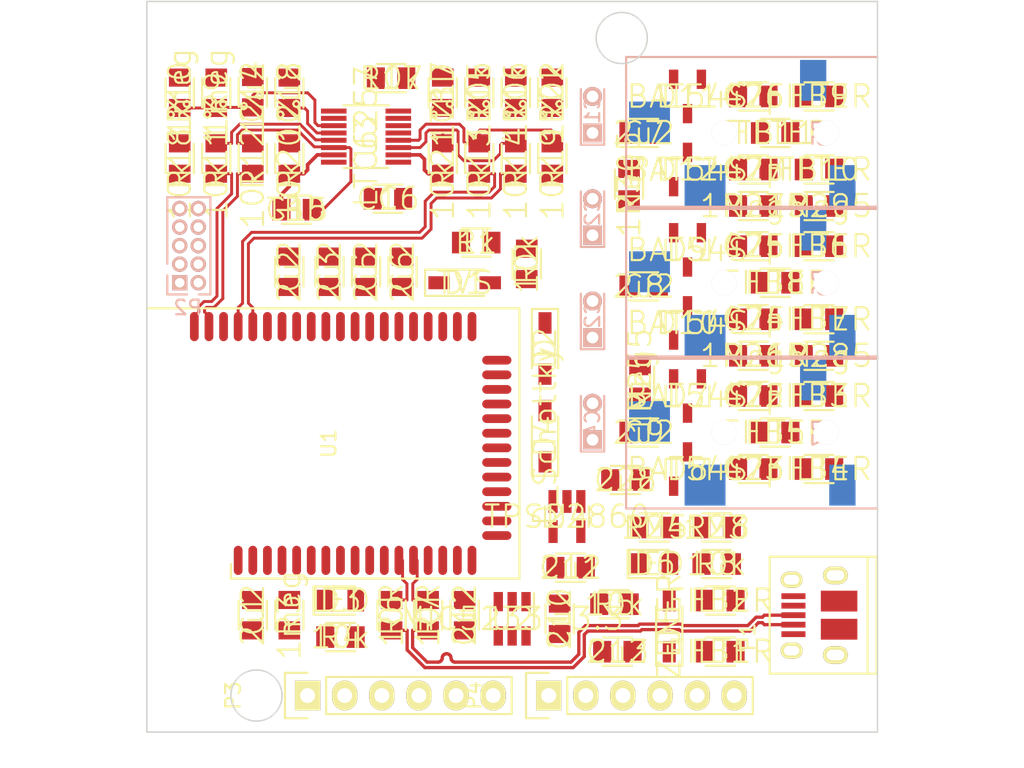
<source format=kicad_pcb>
(kicad_pcb (version 4) (host pcbnew 4.0.2-stable)
  (layers (0 F.Cu signal) (31 B.Cu signal) (34 B.Paste user) (35 F.Paste user) (36 B.SilkS user) (37 F.SilkS user) (38 B.Mask user) (39 F.Mask user) (44 Edge.Cuts user))
  (net 0 "")
  (net 1 "Net-(C1-Pad1)")
  (net 2 GNDD)
  (net 3 GNDA)
  (net 4 "Net-(C2-Pad2)")
  (net 5 "Net-(C3-Pad2)")
  (net 6 "/Line in/LEFT_DEVICE")
  (net 7 /IN_LEFT)
  (net 8 "/Line in/RIGHT_DEVICE")
  (net 9 /IN_RIGHT)
  (net 10 "/Line in/ESD+")
  (net 11 +5V)
  (net 12 +BATT)
  (net 13 VDD)
  (net 14 "Net-(C14-Pad1)")
  (net 15 "Net-(C17-Pad1)")
  (net 16 "Net-(C17-Pad2)")
  (net 17 VAA)
  (net 18 "/Mono out/LEFT_DEVICE")
  (net 19 "/Stereo out/LEFT_DEVICE")
  (net 20 "/Stereo out/RIGHT_DEVICE")
  (net 21 "Net-(D1-Pad2)")
  (net 22 "/Power Supply/VBUS")
  (net 23 "/Power Supply/GNDBUS")
  (net 24 "/Line in/LEFT_CABLE")
  (net 25 "/Line in/RIGHT_CABLE")
  (net 26 "/Line in/GROUND_CABLE")
  (net 27 "/Mono out/LEFT_CABLE")
  (net 28 "/Mono out/RIGHT_CABLE")
  (net 29 "/Mono out/GROUND_CABLE")
  (net 30 "/Stereo out/LEFT_CABLE")
  (net 31 "/Stereo out/RIGHT_CABLE")
  (net 32 "/Stereo out/GROUND_CABLE")
  (net 33 "Net-(D3-Pad2)")
  (net 34 "/Power Supply/ENABLE")
  (net 35 "Net-(D3-Pad1)")
  (net 36 /RXD)
  (net 37 "Net-(D6-Pad2)")
  (net 38 "Net-(R15-Pad1)")
  (net 39 VCOM)
  (net 40 "Net-(U2-Pad4)")
  (net 41 "Net-(U4-Pad3)")
  (net 42 "Net-(P1-Pad6)")
  (net 43 /VOL-)
  (net 44 /VOL+)
  (net 45 /MUTE)
  (net 46 /STOP)
  (net 47 /NEXT)
  (net 48 /PAUSE)
  (net 49 /PLAY)
  (net 50 /PREV)
  (net 51 /MISO)
  (net 52 /SCLK)
  (net 53 /MOSI)
  (net 54 /RESET)
  (net 55 "Net-(P4-Pad2)")
  (net 56 /TXD)
  (net 57 "Net-(P4-Pad6)")
  (net 58 "Net-(U1-Pad5)")
  (net 59 "Net-(U1-Pad6)")
  (net 60 "Net-(U1-Pad8)")
  (net 61 "Net-(U1-Pad9)")
  (net 62 "Net-(U1-Pad20)")
  (net 63 "Net-(U1-Pad27)")
  (net 64 "Net-(U1-Pad28)")
  (net 65 "Net-(U1-Pad29)")
  (net 66 "Net-(U1-Pad30)")
  (net 67 /CS)
  (net 68 "/Power Supply/CHRG")
  (net 69 VCC)
  (net 70 "Net-(U1-Pad40)")
  (net 71 /USB_D-)
  (net 72 /USB_D+)
  (net 73 /Analog/LEFT_SE)
  (net 74 /Analog/LEFT_OPAMP-)
  (net 75 /Analog/RIGHT_SE)
  (net 76 /Analog/RIGHT_OPAMP-)
  (net 77 /CD-)
  (net 78 /CD+)
  (net 79 /Analog/LEFT_OPAMP+)
  (net 80 /Analog/RIGHT_OPAMP+)
  (net 81 /Analog/LO_P)
  (net 82 /Analog/LO_N)
  (net 83 /Analog/RO_P)
  (net 84 /Analog/RO_N)
  (module footprints:MSOP16-05mm-M (layer F.Cu) (at 125 59.25 270)
    (fp_text reference U3 (at 0 0 270) (layer F.SilkS) (effects (font (size 1.5 1.5))))
    (fp_text value LTC6257 (at 0 0 270) (layer F.SilkS))
    (pad 1 smd rect (at -1.75 2.21) (size 1.75 0.34) (layers F.Cu F.Paste F.Mask) (net 39 VCOM))
    (pad 2 smd rect (at -1.25 2.21) (size 1.75 0.34) (layers F.Cu F.Paste F.Mask) (net 39 VCOM))
    (pad 3 smd rect (at -0.75 2.21) (size 1.75 0.34) (layers F.Cu F.Paste F.Mask) (net 14 "Net-(C14-Pad1)"))
    (pad 4 smd rect (at -0.25 2.21) (size 1.75 0.34) (layers F.Cu F.Paste F.Mask) (net 17 VAA))
    (pad 5 smd rect (at 0.25 2.21) (size 1.75 0.34) (layers F.Cu F.Paste F.Mask) (net 79 /Analog/LEFT_OPAMP+))
    (pad 6 smd rect (at 0.75 2.21) (size 1.75 0.34) (layers F.Cu F.Paste F.Mask) (net 74 /Analog/LEFT_OPAMP-))
    (pad 7 smd rect (at 1.25 2.21) (size 1.75 0.34) (layers F.Cu F.Paste F.Mask) (net 73 /Analog/LEFT_SE))
    (pad 8 smd rect (at 1.75 2.21) (size 1.75 0.34) (layers F.Cu F.Paste F.Mask))
    (pad 9 smd rect (at 1.75 -2.21) (size 1.75 0.34) (layers F.Cu F.Paste F.Mask))
    (pad 10 smd rect (at 1.25 -2.21) (size 1.75 0.34) (layers F.Cu F.Paste F.Mask) (net 75 /Analog/RIGHT_SE))
    (pad 11 smd rect (at 0.75 -2.21) (size 1.75 0.34) (layers F.Cu F.Paste F.Mask) (net 76 /Analog/RIGHT_OPAMP-))
    (pad 12 smd rect (at 0.25 -2.21) (size 1.75 0.34) (layers F.Cu F.Paste F.Mask) (net 80 /Analog/RIGHT_OPAMP+))
    (pad 13 smd rect (at -0.25 -2.21) (size 1.75 0.34) (layers F.Cu F.Paste F.Mask) (net 3 GNDA))
    (pad 14 smd rect (at -0.75 -2.21) (size 1.75 0.34) (layers F.Cu F.Paste F.Mask) (net 38 "Net-(R15-Pad1)"))
    (pad 15 smd rect (at -1.25 -2.21) (size 1.75 0.34) (layers F.Cu F.Paste F.Mask) (net 16 "Net-(C17-Pad2)"))
    (pad 16 smd rect (at -1.75 -2.21) (size 1.75 0.34) (layers F.Cu F.Paste F.Mask) (net 15 "Net-(C17-Pad1)"))
  )
  (module footprints:WT32 (layer F.Cu) (at 122.25 80.25 90)
    (fp_text reference U1 (at 0 0.2 90) (layer F.SilkS))
    (fp_text value WT32)
    (pad 24 smd oval (at -0.3 11.7 180) (size 2 0.6) (layers F.Cu F.Paste F.Mask) (net 47 /NEXT))
    (pad 1 smd oval (at -8 -6 90) (size 2 0.6) (layers F.Cu F.Paste F.Mask) (net 1 "Net-(C1-Pad1)"))
    (pad 2 smd oval (at -8 -5 90) (size 2 0.6) (layers F.Cu F.Paste F.Mask) (net 2 GNDD))
    (pad 3 smd oval (at -8 -4 90) (size 2 0.6) (layers F.Cu F.Paste F.Mask) (net 2 GNDD))
    (pad 4 smd oval (at -8 -3 90) (size 2 0.6) (layers F.Cu F.Paste F.Mask) (net 2 GNDD))
    (pad 5 smd oval (at -8 -2 90) (size 2 0.6) (layers F.Cu F.Paste F.Mask) (net 58 "Net-(U1-Pad5)"))
    (pad 6 smd oval (at -8 -1 90) (size 2 0.6) (layers F.Cu F.Paste F.Mask) (net 59 "Net-(U1-Pad6)"))
    (pad 7 smd oval (at -8 0 90) (size 2 0.6) (layers F.Cu F.Paste F.Mask) (net 33 "Net-(D3-Pad2)"))
    (pad 8 smd oval (at -8 1 90) (size 2 0.6) (layers F.Cu F.Paste F.Mask) (net 60 "Net-(U1-Pad8)"))
    (pad 9 smd oval (at -8 2 90) (size 2 0.6) (layers F.Cu F.Paste F.Mask) (net 61 "Net-(U1-Pad9)"))
    (pad 10 smd oval (at -8 3 90) (size 2 0.6) (layers F.Cu F.Paste F.Mask) (net 43 /VOL-))
    (pad 11 smd oval (at -8 4 90) (size 2 0.6) (layers F.Cu F.Paste F.Mask) (net 77 /CD-))
    (pad 12 smd oval (at -8 5 90) (size 2 0.6) (layers F.Cu F.Paste F.Mask) (net 78 /CD+))
    (pad 13 smd oval (at -8 6 90) (size 2 0.6) (layers F.Cu F.Paste F.Mask) (net 49 /PLAY))
    (pad 14 smd oval (at -8 7 90) (size 2 0.6) (layers F.Cu F.Paste F.Mask) (net 45 /MUTE))
    (pad 15 smd oval (at -8 8 90) (size 2 0.6) (layers F.Cu F.Paste F.Mask) (net 36 /RXD))
    (pad 16 smd oval (at -8 9 90) (size 2 0.6) (layers F.Cu F.Paste F.Mask) (net 56 /TXD))
    (pad 17 smd oval (at -8 10 90) (size 2 0.6) (layers F.Cu F.Paste F.Mask) (net 13 VDD))
    (pad 18 smd oval (at -6.3 11.7 180) (size 2 0.6) (layers F.Cu F.Paste F.Mask) (net 2 GNDD))
    (pad 19 smd oval (at -5.3 11.7 180) (size 2 0.6) (layers F.Cu F.Paste F.Mask) (net 54 /RESET))
    (pad 20 smd oval (at -4.3 11.7 180) (size 2 0.6) (layers F.Cu F.Paste F.Mask) (net 62 "Net-(U1-Pad20)"))
    (pad 21 smd oval (at -3.3 11.7 180) (size 2 0.6) (layers F.Cu F.Paste F.Mask) (net 62 "Net-(U1-Pad20)"))
    (pad 22 smd oval (at -2.3 11.7 180) (size 2 0.6) (layers F.Cu F.Paste F.Mask) (net 48 /PAUSE))
    (pad 23 smd oval (at -1.3 11.7 180) (size 2 0.6) (layers F.Cu F.Paste F.Mask) (net 46 /STOP))
    (pad 25 smd oval (at 0.7 11.7 180) (size 2 0.6) (layers F.Cu F.Paste F.Mask) (net 50 /PREV))
    (pad 26 smd oval (at 1.7 11.7 180) (size 2 0.6) (layers F.Cu F.Paste F.Mask) (net 44 /VOL+))
    (pad 27 smd oval (at 2.7 11.7 180) (size 2 0.6) (layers F.Cu F.Paste F.Mask) (net 63 "Net-(U1-Pad27)"))
    (pad 28 smd oval (at 3.7 11.7 180) (size 2 0.6) (layers F.Cu F.Paste F.Mask) (net 64 "Net-(U1-Pad28)"))
    (pad 29 smd oval (at 4.7 11.7 180) (size 2 0.6) (layers F.Cu F.Paste F.Mask) (net 65 "Net-(U1-Pad29)"))
    (pad 30 smd oval (at 5.7 11.7 180) (size 2 0.6) (layers F.Cu F.Paste F.Mask) (net 66 "Net-(U1-Pad30)"))
    (pad 31 smd oval (at 8 10 90) (size 2 0.6) (layers F.Cu F.Paste F.Mask) (net 2 GNDD))
    (pad 32 smd oval (at 8 9 90) (size 2 0.6) (layers F.Cu F.Paste F.Mask) (net 67 /CS))
    (pad 33 smd oval (at 8 8 90) (size 2 0.6) (layers F.Cu F.Paste F.Mask) (net 52 /SCLK))
    (pad 34 smd oval (at 8 7 90) (size 2 0.6) (layers F.Cu F.Paste F.Mask) (net 51 /MISO))
    (pad 35 smd oval (at 8 6 90) (size 2 0.6) (layers F.Cu F.Paste F.Mask) (net 53 /MOSI))
    (pad 36 smd oval (at 8 5 90) (size 2 0.6) (layers F.Cu F.Paste F.Mask) (net 68 "/Power Supply/CHRG"))
    (pad 37 smd oval (at 8 4 90) (size 2 0.6) (layers F.Cu F.Paste F.Mask) (net 12 +BATT))
    (pad 38 smd oval (at 8 3 90) (size 2 0.6) (layers F.Cu F.Paste F.Mask) (net 69 VCC))
    (pad 39 smd oval (at 8 2 90) (size 2 0.6) (layers F.Cu F.Paste F.Mask) (net 3 GNDA))
    (pad 40 smd oval (at 8 1 90) (size 2 0.6) (layers F.Cu F.Paste F.Mask) (net 70 "Net-(U1-Pad40)"))
    (pad 41 smd oval (at 8 0 90) (size 2 0.6) (layers F.Cu F.Paste F.Mask) (net 9 /IN_RIGHT))
    (pad 42 smd oval (at 8 -1 90) (size 2 0.6) (layers F.Cu F.Paste F.Mask) (net 5 "Net-(C3-Pad2)"))
    (pad 43 smd oval (at 8 -2 90) (size 2 0.6) (layers F.Cu F.Paste F.Mask) (net 3 GNDA))
    (pad 44 smd oval (at 8 -3 90) (size 2 0.6) (layers F.Cu F.Paste F.Mask) (net 7 /IN_LEFT))
    (pad 45 smd oval (at 8 -4 90) (size 2 0.6) (layers F.Cu F.Paste F.Mask) (net 4 "Net-(C2-Pad2)"))
    (pad 46 smd oval (at 8 -5 90) (size 2 0.6) (layers F.Cu F.Paste F.Mask) (net 84 /Analog/RO_N))
    (pad 47 smd oval (at 8 -6 90) (size 2 0.6) (layers F.Cu F.Paste F.Mask) (net 83 /Analog/RO_P))
    (pad 48 smd oval (at 8 -7 90) (size 2 0.6) (layers F.Cu F.Paste F.Mask) (net 3 GNDA))
    (pad 49 smd oval (at 8 -8 90) (size 2 0.6) (layers F.Cu F.Paste F.Mask) (net 82 /Analog/LO_N))
    (pad 50 smd oval (at 8 -9 90) (size 2 0.6) (layers F.Cu F.Paste F.Mask) (net 81 /Analog/LO_P))
  )
  (module footprints:C_Radial_D6.3_L13_P2-5_Bent (layer B.Cu) (at 140.5 66 90)
    (fp_text reference C20 (at 1.1 0 90) (layer B.SilkS) (effects (justify mirror)))
    (fp_text value 470u)
    (pad 2 thru_hole circle (at 2.5 0 90) (size 1.3 1.3) (drill 0.8) (layers *.Cu *.Mask B.SilkS) (net 75 /Analog/RIGHT_SE))
    (pad 1 thru_hole rect (at 0 0 90) (size 1.3 1.3) (drill 0.8) (layers *.Cu *.Mask B.SilkS) (net 20 "/Stereo out/RIGHT_DEVICE"))
  )
  (module footprints:SMD0805-RES-M (layer F.Cu) (at 143 62.5 270)
    (fp_text reference R30 (at 0 0 270) (layer F.SilkS) (effects (font (size 1.5 1.5))))
    (fp_text value 1Meg5 (at 0 0 270) (layer F.SilkS))
    (pad 1 smd rect (at -1.04 0 270) (size 1.24 1.48) (layers F.Cu F.Paste F.Mask) (net 19 "/Stereo out/LEFT_DEVICE"))
    (pad 2 smd rect (at 1.04 0 270) (size 1.24 1.48) (layers F.Cu F.Paste F.Mask) (net 3 GNDA))
  )
  (module footprints:SMD0805-RES-M (layer F.Cu) (at 156 64)
    (fp_text reference R29 (at 0 0) (layer F.SilkS) (effects (font (size 1.5 1.5))))
    (fp_text value 1Meg5 (at 0 0) (layer F.SilkS))
    (pad 1 smd rect (at -1.04 0) (size 1.24 1.48) (layers F.Cu F.Paste F.Mask) (net 20 "/Stereo out/RIGHT_DEVICE"))
    (pad 2 smd rect (at 1.04 0) (size 1.24 1.48) (layers F.Cu F.Paste F.Mask) (net 3 GNDA))
  )
  (module footprints:SMD0805-RES-M (layer F.Cu) (at 156 74.25)
    (fp_text reference R28 (at 0 0) (layer F.SilkS) (effects (font (size 1.5 1.5))))
    (fp_text value 1Meg5 (at 0 0) (layer F.SilkS))
    (pad 1 smd rect (at -1.04 0) (size 1.24 1.48) (layers F.Cu F.Paste F.Mask) (net 18 "/Mono out/LEFT_DEVICE"))
    (pad 2 smd rect (at 1.04 0) (size 1.24 1.48) (layers F.Cu F.Paste F.Mask) (net 3 GNDA))
  )
  (module footprints:SMD0805-RES-M (layer F.Cu) (at 151.5 64 180)
    (fp_text reference R27 (at 0 0 180) (layer F.SilkS) (effects (font (size 1.5 1.5))))
    (fp_text value 1Meg5 (at 0 0 180) (layer F.SilkS))
    (pad 1 smd rect (at -1.04 0 180) (size 1.24 1.48) (layers F.Cu F.Paste F.Mask) (net 18 "/Mono out/LEFT_DEVICE"))
    (pad 2 smd rect (at 1.04 0 180) (size 1.24 1.48) (layers F.Cu F.Paste F.Mask) (net 3 GNDA))
  )
  (module footprints:SMD0805-RES-M (layer F.Cu) (at 151.5 74.25 180)
    (fp_text reference R26 (at 0 0 180) (layer F.SilkS) (effects (font (size 1.5 1.5))))
    (fp_text value 1Meg5 (at 0 0 180) (layer F.SilkS))
    (pad 1 smd rect (at -1.04 0 180) (size 1.24 1.48) (layers F.Cu F.Paste F.Mask) (net 6 "/Line in/LEFT_DEVICE"))
    (pad 2 smd rect (at 1.04 0 180) (size 1.24 1.48) (layers F.Cu F.Paste F.Mask) (net 3 GNDA))
  )
  (module footprints:SMD0805-RES-M (layer F.Cu) (at 143.75 76 90)
    (fp_text reference R25 (at 0 0 90) (layer F.SilkS) (effects (font (size 1.5 1.5))))
    (fp_text value 1Meg5 (at 0 0 90) (layer F.SilkS))
    (pad 1 smd rect (at -1.04 0 90) (size 1.24 1.48) (layers F.Cu F.Paste F.Mask) (net 8 "/Line in/RIGHT_DEVICE"))
    (pad 2 smd rect (at 1.04 0 90) (size 1.24 1.48) (layers F.Cu F.Paste F.Mask) (net 3 GNDA))
  )
  (module footprints:SMD0805-CAP-M (layer F.Cu) (at 142.75 82.75)
    (fp_text reference C28 (at 0 0) (layer F.SilkS) (effects (font (size 1.5 1.5))))
    (fp_text value 2u2 (at 0 0) (layer F.SilkS))
    (pad 1 smd rect (at -1.04 0) (size 1.24 1.48) (layers F.Cu F.Paste F.Mask) (net 17 VAA))
    (pad 2 smd rect (at 1.04 0) (size 1.24 1.48) (layers F.Cu F.Paste F.Mask) (net 3 GNDA))
  )
  (module kicad_lib:Pin_Header_Straight_1x06 (layer F.Cu) (at 121 97.5 90)
    (fp_text reference P3 (at 0 -5.1 90) (layer F.SilkS))
    (fp_text value CONN_02X03)
    (pad 1 thru_hole rect (at 0 0 90) (size 2.032 1.7272) (drill 1.016) (layers *.Cu *.Mask F.SilkS) (net 51 /MISO))
    (pad 2 thru_hole oval (at 0 2.54 90) (size 2.032 1.7272) (drill 1.016) (layers *.Cu *.Mask F.SilkS) (net 13 VDD))
    (pad 3 thru_hole oval (at 0 5.08 90) (size 2.032 1.7272) (drill 1.016) (layers *.Cu *.Mask F.SilkS) (net 52 /SCLK))
    (pad 4 thru_hole oval (at 0 7.62 90) (size 2.032 1.7272) (drill 1.016) (layers *.Cu *.Mask F.SilkS) (net 53 /MOSI))
    (pad 5 thru_hole oval (at 0 10.16 90) (size 2.032 1.7272) (drill 1.016) (layers *.Cu *.Mask F.SilkS) (net 54 /RESET))
    (pad 6 thru_hole oval (at 0 12.7 90) (size 2.032 1.7272) (drill 1.016) (layers *.Cu *.Mask F.SilkS) (net 2 GNDD))
  )
  (module Pin_Headers:Pin_Header_Straight_1x06 (layer F.Cu) (at 137.5 97.5 90)
    (fp_text reference P4 (at 0 -5.1 90) (layer F.SilkS))
    (fp_text value CONN_01X06)
    (pad 1 thru_hole rect (at 0 0 90) (size 2.032 1.7272) (drill 1.016) (layers *.Cu *.Mask F.SilkS) (net 2 GNDD))
    (pad 2 thru_hole oval (at 0 2.54 90) (size 2.032 1.7272) (drill 1.016) (layers *.Cu *.Mask F.SilkS) (net 55 "Net-(P4-Pad2)"))
    (pad 3 thru_hole oval (at 0 5.08 90) (size 2.032 1.7272) (drill 1.016) (layers *.Cu *.Mask F.SilkS) (net 13 VDD))
    (pad 4 thru_hole oval (at 0 7.62 90) (size 2.032 1.7272) (drill 1.016) (layers *.Cu *.Mask F.SilkS) (net 36 /RXD))
    (pad 5 thru_hole oval (at 0 10.16 90) (size 2.032 1.7272) (drill 1.016) (layers *.Cu *.Mask F.SilkS) (net 56 /TXD))
    (pad 6 thru_hole oval (at 0 12.7 90) (size 2.032 1.7272) (drill 1.016) (layers *.Cu *.Mask F.SilkS) (net 57 "Net-(P4-Pad6)"))
  )
  (module footprints:C_Radial_D6.3_L13_P2-5_Bent (layer B.Cu) (at 140.5 80 90)
    (fp_text reference C4 (at 1.1 0 90) (layer B.SilkS) (effects (justify mirror)))
    (fp_text value AFK477M10F24T-F)
    (pad 2 thru_hole circle (at 2.5 0 90) (size 1.3 1.3) (drill 0.8) (layers *.Cu *.Mask B.SilkS) (net 2 GNDD))
    (pad 1 thru_hole rect (at 0 0 90) (size 1.3 1.3) (drill 0.8) (layers *.Cu *.Mask B.SilkS) (net 12 +BATT))
  )
  (module footprints:SMD_3-5mm_jack_CUI-SJ-352X-SMT (layer B.Cu) (at 160 79.5 270)
    (fp_text reference P7 (at 0 3.9 270) (layer B.SilkS) (effects (justify mirror)))
    (fp_text value CONN_01X03)
    (pad 1 smd rect (at 3.6 2.4 270) (size 2.8 1.8) (layers B.Cu B.Paste B.Mask) (net 24 "/Line in/LEFT_CABLE"))
    (pad 3 smd rect (at -3.6 4.4 270) (size 2.8 1.8) (layers B.Cu B.Paste B.Mask) (net 25 "/Line in/RIGHT_CABLE"))
    (pad 2 smd rect (at 3.6 11.8 270) (size 2.8 2.8) (layers B.Cu B.Paste B.Mask) (net 26 "/Line in/GROUND_CABLE"))
    (pad 4 smd rect (at -0.75 15.6 270) (size 2.8 2.8) (layers B.Cu B.Paste B.Mask))
    (pad "" np_thru_hole circle (at 0 3.5 270) (size 1.7 1.7) (drill 1.7) (layers *.Cu *.Mask B.SilkS))
    (pad "" np_thru_hole circle (at 0 10.5 270) (size 1.7 1.7) (drill 1.7) (layers *.Cu *.Mask B.SilkS))
  )
  (module footprints:SMD_3-5mm_jack_CUI-SJ-352X-SMT (layer B.Cu) (at 160 59 270)
    (fp_text reference P5 (at 0 3.9 270) (layer B.SilkS) (effects (justify mirror)))
    (fp_text value CONN_01X03)
    (pad 1 smd rect (at 3.6 2.4 270) (size 2.8 1.8) (layers B.Cu B.Paste B.Mask) (net 30 "/Stereo out/LEFT_CABLE"))
    (pad 3 smd rect (at -3.6 4.4 270) (size 2.8 1.8) (layers B.Cu B.Paste B.Mask) (net 31 "/Stereo out/RIGHT_CABLE"))
    (pad 2 smd rect (at 3.6 11.8 270) (size 2.8 2.8) (layers B.Cu B.Paste B.Mask) (net 32 "/Stereo out/GROUND_CABLE"))
    (pad 4 smd rect (at -0.75 15.6 270) (size 2.8 2.8) (layers B.Cu B.Paste B.Mask))
    (pad "" np_thru_hole circle (at 0 3.5 270) (size 1.7 1.7) (drill 1.7) (layers *.Cu *.Mask B.SilkS))
    (pad "" np_thru_hole circle (at 0 10.5 270) (size 1.7 1.7) (drill 1.7) (layers *.Cu *.Mask B.SilkS))
  )
  (module footprints:C_Radial_D6.3_L13_P2-5_Bent (layer B.Cu) (at 140.5 59 90)
    (fp_text reference C19 (at 1.1 0 90) (layer B.SilkS) (effects (justify mirror)))
    (fp_text value 470u)
    (pad 2 thru_hole circle (at 2.5 0 90) (size 1.3 1.3) (drill 0.8) (layers *.Cu *.Mask B.SilkS) (net 73 /Analog/LEFT_SE))
    (pad 1 thru_hole rect (at 0 0 90) (size 1.3 1.3) (drill 0.8) (layers *.Cu *.Mask B.SilkS) (net 19 "/Stereo out/LEFT_DEVICE"))
  )
  (module footprints:SOT23-5-M (layer F.Cu) (at 138.75 85.25 180)
    (fp_text reference U4 (at 0 0 180) (layer F.SilkS) (effects (font (size 1.5 1.5))))
    (fp_text value TPS22860 (at 0 0 180) (layer F.SilkS))
    (pad 1 smd rect (at -0.95 1.03 270) (size 1.56 0.63) (layers F.Cu F.Paste F.Mask) (net 17 VAA))
    (pad 2 smd rect (at 0 1.03 270) (size 1.56 0.63) (layers F.Cu F.Paste F.Mask) (net 3 GNDA))
    (pad 3 smd rect (at 0.95 1.03 270) (size 1.56 0.63) (layers F.Cu F.Paste F.Mask) (net 41 "Net-(U4-Pad3)"))
    (pad 4 smd rect (at 0.95 -1.03 270) (size 1.56 0.63) (layers F.Cu F.Paste F.Mask) (net 12 +BATT))
    (pad 5 smd rect (at -0.95 -1.03 270) (size 1.56 0.63) (layers F.Cu F.Paste F.Mask) (net 12 +BATT))
  )
  (module footprints:SOT23-6-M (layer F.Cu) (at 135 92.25 180)
    (fp_text reference U2 (at 0 0 180) (layer F.SilkS) (effects (font (size 1.5 1.5))))
    (fp_text value MIC5233-3.3 (at 0 0 180) (layer F.SilkS))
    (pad 1 smd rect (at -0.95 1.175 270) (size 1.32 0.64) (layers F.Cu F.Paste F.Mask) (net 11 +5V))
    (pad 2 smd rect (at 0 1.175 270) (size 1.32 0.64) (layers F.Cu F.Paste F.Mask) (net 2 GNDD))
    (pad 3 smd rect (at 0.95 1.175 270) (size 1.32 0.64) (layers F.Cu F.Paste F.Mask) (net 34 "/Power Supply/ENABLE"))
    (pad 4 smd rect (at 0.95 -1.175 270) (size 1.32 0.64) (layers F.Cu F.Paste F.Mask) (net 40 "Net-(U2-Pad4)"))
    (pad 5 smd rect (at 0 -1.175 270) (size 1.32 0.64) (layers F.Cu F.Paste F.Mask) (net 13 VDD))
    (pad 6 smd rect (at -0.95 -1.175 270) (size 1.32 0.64) (layers F.Cu F.Paste F.Mask))
  )
  (module footprints:SOD323-M (layer F.Cu) (at 131.75 69.25)
    (fp_text reference D1 (at 0 0) (layer F.SilkS) (effects (font (size 1.5 1.5))))
    (fp_text value TVS (at 0 0) (layer F.SilkS))
    (pad 1 smd rect (at -1.75 0) (size 1.47 0.89) (layers F.Cu F.Paste F.Mask) (net 12 +BATT))
    (pad 2 smd rect (at 1.75 0) (size 1.47 0.89) (layers F.Cu F.Paste F.Mask) (net 21 "Net-(D1-Pad2)"))
  )
  (module footprints:SOT23-M (layer F.Cu) (at 147 72)
    (fp_text reference D10 (at 0 0) (layer F.SilkS) (effects (font (size 1.5 1.5))))
    (fp_text value BAT54S (at 0 0) (layer F.SilkS))
    (pad 1 smd rect (at -0.95 1.175 90) (size 1.32 0.64) (layers F.Cu F.Paste F.Mask) (net 3 GNDA))
    (pad 2 smd rect (at 0.95 1.175 90) (size 1.32 0.64) (layers F.Cu F.Paste F.Mask) (net 17 VAA))
    (pad 3 smd rect (at 0 -1.175 90) (size 1.32 0.64) (layers F.Cu F.Paste F.Mask) (net 18 "/Mono out/LEFT_DEVICE"))
  )
  (module footprints:SOT23-M (layer F.Cu) (at 147 67 180)
    (fp_text reference D9 (at 0 0 180) (layer F.SilkS) (effects (font (size 1.5 1.5))))
    (fp_text value BAT54S (at 0 0 180) (layer F.SilkS))
    (pad 1 smd rect (at -0.95 1.175 270) (size 1.32 0.64) (layers F.Cu F.Paste F.Mask) (net 3 GNDA))
    (pad 2 smd rect (at 0.95 1.175 270) (size 1.32 0.64) (layers F.Cu F.Paste F.Mask) (net 17 VAA))
    (pad 3 smd rect (at 0 -1.175 270) (size 1.32 0.64) (layers F.Cu F.Paste F.Mask) (net 18 "/Mono out/LEFT_DEVICE"))
  )
  (module footprints:SOT23-M (layer F.Cu) (at 147 61.5)
    (fp_text reference D12 (at 0 0) (layer F.SilkS) (effects (font (size 1.5 1.5))))
    (fp_text value BAT54S (at 0 0) (layer F.SilkS))
    (pad 1 smd rect (at -0.95 1.175 90) (size 1.32 0.64) (layers F.Cu F.Paste F.Mask) (net 3 GNDA))
    (pad 2 smd rect (at 0.95 1.175 90) (size 1.32 0.64) (layers F.Cu F.Paste F.Mask) (net 17 VAA))
    (pad 3 smd rect (at 0 -1.175 90) (size 1.32 0.64) (layers F.Cu F.Paste F.Mask) (net 20 "/Stereo out/RIGHT_DEVICE"))
  )
  (module footprints:SOT23-M (layer F.Cu) (at 147 56.5 180)
    (fp_text reference D11 (at 0 0 180) (layer F.SilkS) (effects (font (size 1.5 1.5))))
    (fp_text value BAT54S (at 0 0 180) (layer F.SilkS))
    (pad 1 smd rect (at -0.95 1.175 270) (size 1.32 0.64) (layers F.Cu F.Paste F.Mask) (net 3 GNDA))
    (pad 2 smd rect (at 0.95 1.175 270) (size 1.32 0.64) (layers F.Cu F.Paste F.Mask) (net 17 VAA))
    (pad 3 smd rect (at 0 -1.175 270) (size 1.32 0.64) (layers F.Cu F.Paste F.Mask) (net 19 "/Stereo out/LEFT_DEVICE"))
  )
  (module footprints:SOT23-M (layer F.Cu) (at 147 82)
    (fp_text reference D8 (at 0 0) (layer F.SilkS) (effects (font (size 1.5 1.5))))
    (fp_text value BAT54S (at 0 0) (layer F.SilkS))
    (pad 1 smd rect (at -0.95 1.175 90) (size 1.32 0.64) (layers F.Cu F.Paste F.Mask) (net 3 GNDA))
    (pad 2 smd rect (at 0.95 1.175 90) (size 1.32 0.64) (layers F.Cu F.Paste F.Mask) (net 10 "/Line in/ESD+"))
    (pad 3 smd rect (at 0 -1.175 90) (size 1.32 0.64) (layers F.Cu F.Paste F.Mask) (net 8 "/Line in/RIGHT_DEVICE"))
  )
  (module footprints:SOT23-M (layer F.Cu) (at 147 77 180)
    (fp_text reference D7 (at 0 0 180) (layer F.SilkS) (effects (font (size 1.5 1.5))))
    (fp_text value BAT54S (at 0 0 180) (layer F.SilkS))
    (pad 1 smd rect (at -0.95 1.175 270) (size 1.32 0.64) (layers F.Cu F.Paste F.Mask) (net 3 GNDA))
    (pad 2 smd rect (at 0.95 1.175 270) (size 1.32 0.64) (layers F.Cu F.Paste F.Mask) (net 10 "/Line in/ESD+"))
    (pad 3 smd rect (at 0 -1.175 270) (size 1.32 0.64) (layers F.Cu F.Paste F.Mask) (net 6 "/Line in/LEFT_DEVICE"))
  )
  (module Connect:USB_Micro-B_10103594-0001LF (layer F.Cu) (at 155.75 92 90)
    (fp_text reference P1 (at -1.5 -4.625 90) (layer F.SilkS))
    (fp_text value USB_OTG)
    (pad 1 smd rect (at -1.3 -1.5 180) (size 1.65 0.4) (layers F.Cu F.Paste F.Mask) (net 22 "/Power Supply/VBUS"))
    (pad 2 smd rect (at -0.65 -1.5 180) (size 1.65 0.4) (layers F.Cu F.Paste F.Mask) (net 71 /USB_D-))
    (pad 3 smd rect (at -0.0009 -1.5 180) (size 1.65 0.4) (layers F.Cu F.Paste F.Mask) (net 72 /USB_D+))
    (pad 4 smd rect (at 0.65 -1.5 180) (size 1.65 0.4) (layers F.Cu F.Paste F.Mask) (net 23 "/Power Supply/GNDBUS"))
    (pad 5 smd rect (at 1.3 -1.5 180) (size 1.65 0.4) (layers F.Cu F.Paste F.Mask) (net 23 "/Power Supply/GNDBUS"))
    (pad 6 thru_hole oval (at -2.425 -1.625 180) (size 1.5 1.1) (drill oval 1.05 0.65) (layers *.Cu *.Mask F.SilkS) (net 42 "Net-(P1-Pad6)"))
    (pad 6 thru_hole oval (at 2.425 -1.625 180) (size 1.5 1.1) (drill oval 1.05 0.65) (layers *.Cu *.Mask F.SilkS) (net 42 "Net-(P1-Pad6)"))
    (pad 6 thru_hole oval (at -2.725 1.375 180) (size 1.7 1.2) (drill oval 1.2 0.7) (layers *.Cu *.Mask F.SilkS) (net 42 "Net-(P1-Pad6)"))
    (pad 6 thru_hole oval (at 2.725 1.375 180) (size 1.7 1.2) (drill oval 1.2 0.7) (layers *.Cu *.Mask F.SilkS) (net 42 "Net-(P1-Pad6)"))
    (pad 6 smd rect (at -0.9625 1.625 180) (size 2.5 1.425) (layers F.Cu F.Paste F.Mask) (net 42 "Net-(P1-Pad6)"))
    (pad 6 smd rect (at 0.9625 1.625 180) (size 2.5 1.425) (layers F.Cu F.Paste F.Mask) (net 42 "Net-(P1-Pad6)"))
  )
  (module footprints:SMD0805-RES-M (layer F.Cu) (at 144.75 86 180)
    (fp_text reference R24 (at 0 0 180) (layer F.SilkS) (effects (font (size 1.5 1.5))))
    (fp_text value 1M5 (at 0 0 180) (layer F.SilkS))
    (pad 1 smd rect (at -1.04 0 180) (size 1.24 1.48) (layers F.Cu F.Paste F.Mask) (net 10 "/Line in/ESD+"))
    (pad 2 smd rect (at 1.04 0 180) (size 1.24 1.48) (layers F.Cu F.Paste F.Mask) (net 2 GNDD))
  )
  (module footprints:SMD0805-RES-M (layer F.Cu) (at 149 86 180)
    (fp_text reference R23 (at 0 0 180) (layer F.SilkS) (effects (font (size 1.5 1.5))))
    (fp_text value 1M8 (at 0 0 180) (layer F.SilkS))
    (pad 1 smd rect (at -1.04 0 180) (size 1.24 1.48) (layers F.Cu F.Paste F.Mask) (net 13 VDD))
    (pad 2 smd rect (at 1.04 0 180) (size 1.24 1.48) (layers F.Cu F.Paste F.Mask) (net 10 "/Line in/ESD+"))
  )
  (module footprints:SMD0805-RES-M (layer F.Cu) (at 137.75 56.25 270)
    (fp_text reference R22 (at 0 0 270) (layer F.SilkS) (effects (font (size 1.5 1.5))))
    (fp_text value 10k (at 0 0 270) (layer F.SilkS))
    (pad 1 smd rect (at -1.04 0 270) (size 1.24 1.48) (layers F.Cu F.Paste F.Mask) (net 15 "Net-(C17-Pad1)"))
    (pad 2 smd rect (at 1.04 0 270) (size 1.24 1.48) (layers F.Cu F.Paste F.Mask) (net 16 "Net-(C17-Pad2)"))
  )
  (module footprints:SMD0805-RES-M (layer F.Cu) (at 130.25 60.75 90)
    (fp_text reference R21 (at 0 0 90) (layer F.SilkS) (effects (font (size 1.5 1.5))))
    (fp_text value "10k 1%" (at 0 0 90) (layer F.SilkS))
    (pad 1 smd rect (at -1.04 0 90) (size 1.24 1.48) (layers F.Cu F.Paste F.Mask) (net 75 /Analog/RIGHT_SE))
    (pad 2 smd rect (at 1.04 0 90) (size 1.24 1.48) (layers F.Cu F.Paste F.Mask) (net 76 /Analog/RIGHT_OPAMP-))
  )
  (module footprints:SMD0805-RES-M (layer F.Cu) (at 119.75 60.75 90)
    (fp_text reference R20 (at 0 0 90) (layer F.SilkS) (effects (font (size 1.5 1.5))))
    (fp_text value "10k 1%" (at 0 0 90) (layer F.SilkS))
    (pad 1 smd rect (at -1.04 0 90) (size 1.24 1.48) (layers F.Cu F.Paste F.Mask) (net 73 /Analog/LEFT_SE))
    (pad 2 smd rect (at 1.04 0 90) (size 1.24 1.48) (layers F.Cu F.Paste F.Mask) (net 74 /Analog/LEFT_OPAMP-))
  )
  (module footprints:SMD0805-RES-M (layer F.Cu) (at 137.75 60.75 270)
    (fp_text reference R19 (at 0 0 270) (layer F.SilkS) (effects (font (size 1.5 1.5))))
    (fp_text value "10k 1%" (at 0 0 270) (layer F.SilkS))
    (pad 1 smd rect (at -1.04 0 270) (size 1.24 1.48) (layers F.Cu F.Paste F.Mask) (net 80 /Analog/RIGHT_OPAMP+))
    (pad 2 smd rect (at 1.04 0 270) (size 1.24 1.48) (layers F.Cu F.Paste F.Mask) (net 39 VCOM))
  )
  (module footprints:SMD0805-RES-M (layer F.Cu) (at 112.25 60.75 270)
    (fp_text reference R18 (at 0 0 270) (layer F.SilkS) (effects (font (size 1.5 1.5))))
    (fp_text value "10k 1%" (at 0 0 270) (layer F.SilkS))
    (pad 1 smd rect (at -1.04 0 270) (size 1.24 1.48) (layers F.Cu F.Paste F.Mask) (net 79 /Analog/LEFT_OPAMP+))
    (pad 2 smd rect (at 1.04 0 270) (size 1.24 1.48) (layers F.Cu F.Paste F.Mask) (net 39 VCOM))
  )
  (module footprints:SMD0805-RES-M (layer F.Cu) (at 126.71 55.25)
    (fp_text reference R17 (at 0 0) (layer F.SilkS) (effects (font (size 1.5 1.5))))
    (fp_text value 10k (at 0 0) (layer F.SilkS))
    (pad 1 smd rect (at -1.04 0) (size 1.24 1.48) (layers F.Cu F.Paste F.Mask) (net 16 "Net-(C17-Pad2)"))
    (pad 2 smd rect (at 1.04 0) (size 1.24 1.48) (layers F.Cu F.Paste F.Mask) (net 39 VCOM))
  )
  (module footprints:SMD0805-RES-M (layer F.Cu) (at 135.25 56.25 90)
    (fp_text reference R16 (at 0 0 90) (layer F.SilkS) (effects (font (size 1.5 1.5))))
    (fp_text value 10k (at 0 0 90) (layer F.SilkS))
    (pad 1 smd rect (at -1.04 0 90) (size 1.24 1.48) (layers F.Cu F.Paste F.Mask) (net 38 "Net-(R15-Pad1)"))
    (pad 2 smd rect (at 1.04 0 90) (size 1.24 1.48) (layers F.Cu F.Paste F.Mask) (net 75 /Analog/RIGHT_SE))
  )
  (module footprints:SMD0805-RES-M (layer F.Cu) (at 132.75 56.25 90)
    (fp_text reference R15 (at 0 0 90) (layer F.SilkS) (effects (font (size 1.5 1.5))))
    (fp_text value 10k (at 0 0 90) (layer F.SilkS))
    (pad 1 smd rect (at -1.04 0 90) (size 1.24 1.48) (layers F.Cu F.Paste F.Mask) (net 38 "Net-(R15-Pad1)"))
    (pad 2 smd rect (at 1.04 0 90) (size 1.24 1.48) (layers F.Cu F.Paste F.Mask) (net 73 /Analog/LEFT_SE))
  )
  (module footprints:SMD0805-RES-M (layer F.Cu) (at 135.25 60.75 270)
    (fp_text reference R14 (at 0 0 270) (layer F.SilkS) (effects (font (size 1.5 1.5))))
    (fp_text value "10k 1%" (at 0 0 270) (layer F.SilkS))
    (pad 1 smd rect (at -1.04 0 270) (size 1.24 1.48) (layers F.Cu F.Paste F.Mask) (net 76 /Analog/RIGHT_OPAMP-))
    (pad 2 smd rect (at 1.04 0 270) (size 1.24 1.48) (layers F.Cu F.Paste F.Mask) (net 84 /Analog/RO_N))
  )
  (module footprints:SMD0805-RES-M (layer F.Cu) (at 132.75 60.75 270)
    (fp_text reference R13 (at 0 0 270) (layer F.SilkS) (effects (font (size 1.5 1.5))))
    (fp_text value "10k 1%" (at 0 0 270) (layer F.SilkS))
    (pad 1 smd rect (at -1.04 0 270) (size 1.24 1.48) (layers F.Cu F.Paste F.Mask) (net 80 /Analog/RIGHT_OPAMP+))
    (pad 2 smd rect (at 1.04 0 270) (size 1.24 1.48) (layers F.Cu F.Paste F.Mask) (net 83 /Analog/RO_P))
  )
  (module footprints:SMD0805-RES-M (layer F.Cu) (at 117.25 60.75 270)
    (fp_text reference R12 (at 0 0 270) (layer F.SilkS) (effects (font (size 1.5 1.5))))
    (fp_text value "10k  1%" (at 0 0 270) (layer F.SilkS))
    (pad 1 smd rect (at -1.04 0 270) (size 1.24 1.48) (layers F.Cu F.Paste F.Mask) (net 74 /Analog/LEFT_OPAMP-))
    (pad 2 smd rect (at 1.04 0 270) (size 1.24 1.48) (layers F.Cu F.Paste F.Mask) (net 82 /Analog/LO_N))
  )
  (module footprints:SMD0805-RES-M (layer F.Cu) (at 114.75 60.75 270)
    (fp_text reference R11 (at 0 0 270) (layer F.SilkS) (effects (font (size 1.5 1.5))))
    (fp_text value "10k 1%" (at 0 0 270) (layer F.SilkS))
    (pad 1 smd rect (at -1.04 0 270) (size 1.24 1.48) (layers F.Cu F.Paste F.Mask) (net 79 /Analog/LEFT_OPAMP+))
    (pad 2 smd rect (at 1.04 0 270) (size 1.24 1.48) (layers F.Cu F.Paste F.Mask) (net 81 /Analog/LO_P))
  )
  (module footprints:SMD0805-RES-M (layer F.Cu) (at 112.25 56.25 90)
    (fp_text reference R10 (at 0 0 90) (layer F.SilkS) (effects (font (size 1.5 1.5))))
    (fp_text value 1meg (at 0 0 90) (layer F.SilkS))
    (pad 1 smd rect (at -1.04 0 90) (size 1.24 1.48) (layers F.Cu F.Paste F.Mask) (net 14 "Net-(C14-Pad1)"))
    (pad 2 smd rect (at 1.04 0 90) (size 1.24 1.48) (layers F.Cu F.Paste F.Mask) (net 3 GNDA))
  )
  (module footprints:SMD0805-RES-M (layer F.Cu) (at 114.75 56.25 270)
    (fp_text reference R9 (at 0 0 270) (layer F.SilkS) (effects (font (size 1.5 1.5))))
    (fp_text value 1meg (at 0 0 270) (layer F.SilkS))
    (pad 1 smd rect (at -1.04 0 270) (size 1.24 1.48) (layers F.Cu F.Paste F.Mask) (net 17 VAA))
    (pad 2 smd rect (at 1.04 0 270) (size 1.24 1.48) (layers F.Cu F.Paste F.Mask) (net 14 "Net-(C14-Pad1)"))
  )
  (module footprints:SMD0805-RES-M (layer F.Cu) (at 149 88.5 180)
    (fp_text reference R8 (at 0 0 180) (layer F.SilkS) (effects (font (size 1.5 1.5))))
    (fp_text value 10k (at 0 0 180) (layer F.SilkS))
    (pad 1 smd rect (at -1.04 0 180) (size 1.24 1.48) (layers F.Cu F.Paste F.Mask) (net 11 +5V))
    (pad 2 smd rect (at 1.04 0 180) (size 1.24 1.48) (layers F.Cu F.Paste F.Mask) (net 37 "Net-(D6-Pad2)"))
  )
  (module footprints:SMD0805-RES-M (layer F.Cu) (at 129.25 92 270)
    (fp_text reference R7 (at 0 0 270) (layer F.SilkS) (effects (font (size 1.5 1.5))))
    (fp_text value 10R (at 0 0 270) (layer F.SilkS))
    (pad 1 smd rect (at -1.04 0 270) (size 1.24 1.48) (layers F.Cu F.Paste F.Mask) (net 78 /CD+))
    (pad 2 smd rect (at 1.04 0 270) (size 1.24 1.48) (layers F.Cu F.Paste F.Mask) (net 72 /USB_D+))
  )
  (module footprints:SMD0805-RES-M (layer F.Cu) (at 142 91.25 180)
    (fp_text reference R5 (at 0 0 180) (layer F.SilkS) (effects (font (size 1.5 1.5))))
    (fp_text value 10k (at 0 0 180) (layer F.SilkS))
    (pad 1 smd rect (at -1.04 0 180) (size 1.24 1.48) (layers F.Cu F.Paste F.Mask) (net 36 /RXD))
    (pad 2 smd rect (at 1.04 0 180) (size 1.24 1.48) (layers F.Cu F.Paste F.Mask) (net 13 VDD))
  )
  (module footprints:SMD0805-RES-M (layer F.Cu) (at 123.25 93.5)
    (fp_text reference R4 (at 0 0) (layer F.SilkS) (effects (font (size 1.5 1.5))))
    (fp_text value 10k (at 0 0) (layer F.SilkS))
    (pad 1 smd rect (at -1.04 0) (size 1.24 1.48) (layers F.Cu F.Paste F.Mask) (net 35 "Net-(D3-Pad1)"))
    (pad 2 smd rect (at 1.04 0) (size 1.24 1.48) (layers F.Cu F.Paste F.Mask) (net 2 GNDD))
  )
  (module footprints:SMD0805-RES-M (layer F.Cu) (at 119.75 92 270)
    (fp_text reference R3 (at 0 0 270) (layer F.SilkS) (effects (font (size 1.5 1.5))))
    (fp_text value 1meg (at 0 0 270) (layer F.SilkS))
    (pad 1 smd rect (at -1.04 0 270) (size 1.24 1.48) (layers F.Cu F.Paste F.Mask) (net 33 "Net-(D3-Pad2)"))
    (pad 2 smd rect (at 1.04 0 270) (size 1.24 1.48) (layers F.Cu F.Paste F.Mask) (net 2 GNDD))
  )
  (module footprints:SMD0805-RES-M (layer F.Cu) (at 136 67.96 90)
    (fp_text reference R2 (at 0 0 90) (layer F.SilkS) (effects (font (size 1.5 1.5))))
    (fp_text value 10k (at 0 0 90) (layer F.SilkS))
    (pad 1 smd rect (at -1.04 0 90) (size 1.24 1.48) (layers F.Cu F.Paste F.Mask) (net 33 "Net-(D3-Pad2)"))
    (pad 2 smd rect (at 1.04 0 90) (size 1.24 1.48) (layers F.Cu F.Paste F.Mask) (net 34 "/Power Supply/ENABLE"))
  )
  (module footprints:SMD0805-RES-M (layer F.Cu) (at 132.54 66.5)
    (fp_text reference R1 (at 0 0) (layer F.SilkS) (effects (font (size 1.5 1.5))))
    (fp_text value 1k (at 0 0) (layer F.SilkS))
    (pad 1 smd rect (at -1.04 0) (size 1.24 1.48) (layers F.Cu F.Paste F.Mask) (net 1 "Net-(C1-Pad1)"))
    (pad 2 smd rect (at 1.04 0) (size 1.24 1.48) (layers F.Cu F.Paste F.Mask) (net 21 "Net-(D1-Pad2)"))
  )
  (module footprints:SMD0805-FERRITE-M (layer F.Cu) (at 153 59)
    (fp_text reference FB11 (at 0 0) (layer F.SilkS) (effects (font (size 1.5 1.5))))
    (fp_text value FILTER (at 0 0) (layer F.SilkS))
    (pad 1 smd rect (at -1.04 0) (size 1.24 1.48) (layers F.Cu F.Paste F.Mask) (net 3 GNDA))
    (pad 2 smd rect (at 1.04 0) (size 1.24 1.48) (layers F.Cu F.Paste F.Mask) (net 32 "/Stereo out/GROUND_CABLE"))
  )
  (module footprints:SMD0805-FERRITE-M (layer F.Cu) (at 156 61.5)
    (fp_text reference FB10 (at 0 0) (layer F.SilkS) (effects (font (size 1.5 1.5))))
    (fp_text value FILTER (at 0 0) (layer F.SilkS))
    (pad 1 smd rect (at -1.04 0) (size 1.24 1.48) (layers F.Cu F.Paste F.Mask) (net 20 "/Stereo out/RIGHT_DEVICE"))
    (pad 2 smd rect (at 1.04 0) (size 1.24 1.48) (layers F.Cu F.Paste F.Mask) (net 31 "/Stereo out/RIGHT_CABLE"))
  )
  (module footprints:SMD0805-FERRITE-M (layer F.Cu) (at 156 56.5)
    (fp_text reference FB9 (at 0 0) (layer F.SilkS) (effects (font (size 1.5 1.5))))
    (fp_text value FILTER (at 0 0) (layer F.SilkS))
    (pad 1 smd rect (at -1.04 0) (size 1.24 1.48) (layers F.Cu F.Paste F.Mask) (net 19 "/Stereo out/LEFT_DEVICE"))
    (pad 2 smd rect (at 1.04 0) (size 1.24 1.48) (layers F.Cu F.Paste F.Mask) (net 30 "/Stereo out/LEFT_CABLE"))
  )
  (module footprints:SMD0805-FERRITE-M (layer F.Cu) (at 153 69.25)
    (fp_text reference FB8 (at 0 0) (layer F.SilkS) (effects (font (size 1.5 1.5))))
    (fp_text value FILTER (at 0 0) (layer F.SilkS))
    (pad 1 smd rect (at -1.04 0) (size 1.24 1.48) (layers F.Cu F.Paste F.Mask) (net 3 GNDA))
    (pad 2 smd rect (at 1.04 0) (size 1.24 1.48) (layers F.Cu F.Paste F.Mask) (net 29 "/Mono out/GROUND_CABLE"))
  )
  (module footprints:SMD0805-FERRITE-M (layer F.Cu) (at 156 71.75)
    (fp_text reference FB7 (at 0 0) (layer F.SilkS) (effects (font (size 1.5 1.5))))
    (fp_text value FILTER (at 0 0) (layer F.SilkS))
    (pad 1 smd rect (at -1.04 0) (size 1.24 1.48) (layers F.Cu F.Paste F.Mask) (net 18 "/Mono out/LEFT_DEVICE"))
    (pad 2 smd rect (at 1.04 0) (size 1.24 1.48) (layers F.Cu F.Paste F.Mask) (net 28 "/Mono out/RIGHT_CABLE"))
  )
  (module footprints:SMD0805-FERRITE-M (layer F.Cu) (at 156 66.75)
    (fp_text reference FB6 (at 0 0) (layer F.SilkS) (effects (font (size 1.5 1.5))))
    (fp_text value FILTER (at 0 0) (layer F.SilkS))
    (pad 1 smd rect (at -1.04 0) (size 1.24 1.48) (layers F.Cu F.Paste F.Mask) (net 18 "/Mono out/LEFT_DEVICE"))
    (pad 2 smd rect (at 1.04 0) (size 1.24 1.48) (layers F.Cu F.Paste F.Mask) (net 27 "/Mono out/LEFT_CABLE"))
  )
  (module footprints:SMD0805-FERRITE-M (layer F.Cu) (at 153 79.5)
    (fp_text reference FB5 (at 0 0) (layer F.SilkS) (effects (font (size 1.5 1.5))))
    (fp_text value FILTER (at 0 0) (layer F.SilkS))
    (pad 1 smd rect (at -1.04 0) (size 1.24 1.48) (layers F.Cu F.Paste F.Mask) (net 3 GNDA))
    (pad 2 smd rect (at 1.04 0) (size 1.24 1.48) (layers F.Cu F.Paste F.Mask) (net 26 "/Line in/GROUND_CABLE"))
  )
  (module footprints:SMD0805-FERRITE-M (layer F.Cu) (at 156 82)
    (fp_text reference FB4 (at 0 0) (layer F.SilkS) (effects (font (size 1.5 1.5))))
    (fp_text value FILTER (at 0 0) (layer F.SilkS))
    (pad 1 smd rect (at -1.04 0) (size 1.24 1.48) (layers F.Cu F.Paste F.Mask) (net 8 "/Line in/RIGHT_DEVICE"))
    (pad 2 smd rect (at 1.04 0) (size 1.24 1.48) (layers F.Cu F.Paste F.Mask) (net 25 "/Line in/RIGHT_CABLE"))
  )
  (module footprints:SMD0805-FERRITE-M (layer F.Cu) (at 156 77)
    (fp_text reference FB3 (at 0 0) (layer F.SilkS) (effects (font (size 1.5 1.5))))
    (fp_text value FILTER (at 0 0) (layer F.SilkS))
    (pad 1 smd rect (at -1.04 0) (size 1.24 1.48) (layers F.Cu F.Paste F.Mask) (net 6 "/Line in/LEFT_DEVICE"))
    (pad 2 smd rect (at 1.04 0) (size 1.24 1.48) (layers F.Cu F.Paste F.Mask) (net 24 "/Line in/LEFT_CABLE"))
  )
  (module footprints:SMD0805-FERRITE-M (layer F.Cu) (at 149.25 91 180)
    (fp_text reference FB2 (at 0 0 180) (layer F.SilkS) (effects (font (size 1.5 1.5))))
    (fp_text value FILTER (at 0 0 180) (layer F.SilkS))
    (pad 1 smd rect (at -1.04 0 180) (size 1.24 1.48) (layers F.Cu F.Paste F.Mask) (net 23 "/Power Supply/GNDBUS"))
    (pad 2 smd rect (at 1.04 0 180) (size 1.24 1.48) (layers F.Cu F.Paste F.Mask) (net 2 GNDD))
  )
  (module footprints:SMD0805-FERRITE-M (layer F.Cu) (at 149.25 94.5 180)
    (fp_text reference FB1 (at 0 0 180) (layer F.SilkS) (effects (font (size 1.5 1.5))))
    (fp_text value FILTER (at 0 0 180) (layer F.SilkS))
    (pad 1 smd rect (at -1.04 0 180) (size 1.24 1.48) (layers F.Cu F.Paste F.Mask) (net 22 "/Power Supply/VBUS"))
    (pad 2 smd rect (at 1.04 0 180) (size 1.24 1.48) (layers F.Cu F.Paste F.Mask) (net 11 +5V))
  )
  (module footprints:SMD0805-LED-M (layer F.Cu) (at 144.75 88.5)
    (fp_text reference D6 (at 0 0) (layer F.SilkS) (effects (font (size 1.5 1.5))))
    (fp_text value LED (at 0 0) (layer F.SilkS))
    (pad 1 smd rect (at -1.045 0) (size 1.14 1.48) (layers F.Cu F.Paste F.Mask) (net 68 "/Power Supply/CHRG"))
    (pad 2 smd rect (at 1.045 0) (size 1.14 1.48) (layers F.Cu F.Paste F.Mask) (net 37 "Net-(D6-Pad2)"))
  )
  (module footprints:SOD323-M (layer F.Cu) (at 145.75 92.75 90)
    (fp_text reference D5 (at 0 0 90) (layer F.SilkS) (effects (font (size 1.5 1.5))))
    (fp_text value ZENER (at 0 0 90) (layer F.SilkS))
    (pad 1 smd rect (at -1.75 0 90) (size 1.47 0.89) (layers F.Cu F.Paste F.Mask) (net 11 +5V))
    (pad 2 smd rect (at 1.75 0 90) (size 1.47 0.89) (layers F.Cu F.Paste F.Mask) (net 2 GNDD))
  )
  (module footprints:SOD323-M (layer F.Cu) (at 137.25 79.75 90)
    (fp_text reference D4 (at 0 0 90) (layer F.SilkS) (effects (font (size 1.5 1.5))))
    (fp_text value D_Schottky (at 0 0 90) (layer F.SilkS))
    (pad 1 smd rect (at -1.75 0 90) (size 1.47 0.89) (layers F.Cu F.Paste F.Mask) (net 11 +5V))
    (pad 2 smd rect (at 1.75 0 90) (size 1.47 0.89) (layers F.Cu F.Paste F.Mask) (net 12 +BATT))
  )
  (module footprints:SMD0805-LED-M (layer F.Cu) (at 123.25 91)
    (fp_text reference D3 (at 0 0) (layer F.SilkS) (effects (font (size 1.5 1.5))))
    (fp_text value LED (at 0 0) (layer F.SilkS))
    (pad 1 smd rect (at -1.045 0) (size 1.14 1.48) (layers F.Cu F.Paste F.Mask) (net 35 "Net-(D3-Pad1)"))
    (pad 2 smd rect (at 1.045 0) (size 1.14 1.48) (layers F.Cu F.Paste F.Mask) (net 33 "Net-(D3-Pad2)"))
  )
  (module footprints:SOD323-M (layer F.Cu) (at 137.25 73.75 270)
    (fp_text reference D2 (at 0 0 270) (layer F.SilkS) (effects (font (size 1.5 1.5))))
    (fp_text value D (at 0 0 270) (layer F.SilkS))
    (pad 1 smd rect (at -1.75 0 270) (size 1.47 0.89) (layers F.Cu F.Paste F.Mask) (net 34 "/Power Supply/ENABLE"))
    (pad 2 smd rect (at 1.75 0 270) (size 1.47 0.89) (layers F.Cu F.Paste F.Mask) (net 1 "Net-(C1-Pad1)"))
  )
  (module footprints:SMD0805-CAP-M (layer F.Cu) (at 151.5 61.5 180)
    (fp_text reference C27 (at 0 0 180) (layer F.SilkS) (effects (font (size 1.5 1.5))))
    (fp_text value 47p (at 0 0 180) (layer F.SilkS))
    (pad 1 smd rect (at -1.04 0 180) (size 1.24 1.48) (layers F.Cu F.Paste F.Mask) (net 20 "/Stereo out/RIGHT_DEVICE"))
    (pad 2 smd rect (at 1.04 0 180) (size 1.24 1.48) (layers F.Cu F.Paste F.Mask) (net 3 GNDA))
  )
  (module footprints:SMD0805-CAP-M (layer F.Cu) (at 151.5 56.5 180)
    (fp_text reference C26 (at 0 0 180) (layer F.SilkS) (effects (font (size 1.5 1.5))))
    (fp_text value 47p (at 0 0 180) (layer F.SilkS))
    (pad 1 smd rect (at -1.04 0 180) (size 1.24 1.48) (layers F.Cu F.Paste F.Mask) (net 19 "/Stereo out/LEFT_DEVICE"))
    (pad 2 smd rect (at 1.04 0 180) (size 1.24 1.48) (layers F.Cu F.Paste F.Mask) (net 3 GNDA))
  )
  (module footprints:SMD0805-CAP-M (layer F.Cu) (at 151.5 66.75 180)
    (fp_text reference C25 (at 0 0 180) (layer F.SilkS) (effects (font (size 1.5 1.5))))
    (fp_text value 47p (at 0 0 180) (layer F.SilkS))
    (pad 1 smd rect (at -1.04 0 180) (size 1.24 1.48) (layers F.Cu F.Paste F.Mask) (net 18 "/Mono out/LEFT_DEVICE"))
    (pad 2 smd rect (at 1.04 0 180) (size 1.24 1.48) (layers F.Cu F.Paste F.Mask) (net 3 GNDA))
  )
  (module footprints:SMD0805-CAP-M (layer F.Cu) (at 151.5 71.75 180)
    (fp_text reference C24 (at 0 0 180) (layer F.SilkS) (effects (font (size 1.5 1.5))))
    (fp_text value 47p (at 0 0 180) (layer F.SilkS))
    (pad 1 smd rect (at -1.04 0 180) (size 1.24 1.48) (layers F.Cu F.Paste F.Mask) (net 18 "/Mono out/LEFT_DEVICE"))
    (pad 2 smd rect (at 1.04 0 180) (size 1.24 1.48) (layers F.Cu F.Paste F.Mask) (net 3 GNDA))
  )
  (module footprints:SMD0805-CAP-M (layer F.Cu) (at 151.5 82 180)
    (fp_text reference C23 (at 0 0 180) (layer F.SilkS) (effects (font (size 1.5 1.5))))
    (fp_text value 47p (at 0 0 180) (layer F.SilkS))
    (pad 1 smd rect (at -1.04 0 180) (size 1.24 1.48) (layers F.Cu F.Paste F.Mask) (net 8 "/Line in/RIGHT_DEVICE"))
    (pad 2 smd rect (at 1.04 0 180) (size 1.24 1.48) (layers F.Cu F.Paste F.Mask) (net 3 GNDA))
  )
  (module footprints:SMD0805-CAP-M (layer F.Cu) (at 151.5 77 180)
    (fp_text reference C22 (at 0 0 180) (layer F.SilkS) (effects (font (size 1.5 1.5))))
    (fp_text value 47p (at 0 0 180) (layer F.SilkS))
    (pad 1 smd rect (at -1.04 0 180) (size 1.24 1.48) (layers F.Cu F.Paste F.Mask) (net 6 "/Line in/LEFT_DEVICE"))
    (pad 2 smd rect (at 1.04 0 180) (size 1.24 1.48) (layers F.Cu F.Paste F.Mask) (net 3 GNDA))
  )
  (module footprints:SMD0805-CAP-M (layer F.Cu) (at 119.75 56.25 270)
    (fp_text reference C18 (at 0 0 270) (layer F.SilkS) (effects (font (size 1.5 1.5))))
    (fp_text value 2u2 (at 0 0 270) (layer F.SilkS))
    (pad 1 smd rect (at -1.04 0 270) (size 1.24 1.48) (layers F.Cu F.Paste F.Mask) (net 3 GNDA))
    (pad 2 smd rect (at 1.04 0 270) (size 1.24 1.48) (layers F.Cu F.Paste F.Mask) (net 17 VAA))
  )
  (module footprints:SMD0805-CAP-M (layer F.Cu) (at 130.25 56.25 270)
    (fp_text reference C17 (at 0 0 270) (layer F.SilkS) (effects (font (size 1.5 1.5))))
    (fp_text value TBD (at 0 0 270) (layer F.SilkS))
    (pad 1 smd rect (at -1.04 0 270) (size 1.24 1.48) (layers F.Cu F.Paste F.Mask) (net 15 "Net-(C17-Pad1)"))
    (pad 2 smd rect (at 1.04 0 270) (size 1.24 1.48) (layers F.Cu F.Paste F.Mask) (net 16 "Net-(C17-Pad2)"))
  )
  (module footprints:SMD0805-CAP-M (layer F.Cu) (at 126.5 63.5 180)
    (fp_text reference C16 (at 0 0 180) (layer F.SilkS) (effects (font (size 1.5 1.5))))
    (fp_text value C (at 0 0 180) (layer F.SilkS))
    (pad 1 smd rect (at -1.04 0 180) (size 1.24 1.48) (layers F.Cu F.Paste F.Mask) (net 75 /Analog/RIGHT_SE))
    (pad 2 smd rect (at 1.04 0 180) (size 1.24 1.48) (layers F.Cu F.Paste F.Mask) (net 76 /Analog/RIGHT_OPAMP-))
  )
  (module footprints:SMD0805-CAP-M (layer F.Cu) (at 120.25 64.25)
    (fp_text reference C15 (at 0 0) (layer F.SilkS) (effects (font (size 1.5 1.5))))
    (fp_text value TBD (at 0 0) (layer F.SilkS))
    (pad 1 smd rect (at -1.04 0) (size 1.24 1.48) (layers F.Cu F.Paste F.Mask) (net 73 /Analog/LEFT_SE))
    (pad 2 smd rect (at 1.04 0) (size 1.24 1.48) (layers F.Cu F.Paste F.Mask) (net 74 /Analog/LEFT_OPAMP-))
  )
  (module footprints:SMD0805-CAP-M (layer F.Cu) (at 117.25 56.21 90)
    (fp_text reference C14 (at 0 0 90) (layer F.SilkS) (effects (font (size 1.5 1.5))))
    (fp_text value 2u2 (at 0 0 90) (layer F.SilkS))
    (pad 1 smd rect (at -1.04 0 90) (size 1.24 1.48) (layers F.Cu F.Paste F.Mask) (net 14 "Net-(C14-Pad1)"))
    (pad 2 smd rect (at 1.04 0 90) (size 1.24 1.48) (layers F.Cu F.Paste F.Mask) (net 3 GNDA))
  )
  (module footprints:SMD0805-CAP-M (layer F.Cu) (at 142.2 94.5 180)
    (fp_text reference C13 (at 0 0 180) (layer F.SilkS) (effects (font (size 1.5 1.5))))
    (fp_text value 2u2 (at 0 0 180) (layer F.SilkS))
    (pad 1 smd rect (at -1.04 0 180) (size 1.24 1.48) (layers F.Cu F.Paste F.Mask) (net 11 +5V))
    (pad 2 smd rect (at 1.04 0 180) (size 1.24 1.48) (layers F.Cu F.Paste F.Mask) (net 2 GNDD))
  )
  (module footprints:SMD0805-CAP-M (layer F.Cu) (at 131.75 92 270)
    (fp_text reference C12 (at 0 0 270) (layer F.SilkS) (effects (font (size 1.5 1.5))))
    (fp_text value 2u2 (at 0 0 270) (layer F.SilkS))
    (pad 1 smd rect (at -1.04 0 270) (size 1.24 1.48) (layers F.Cu F.Paste F.Mask) (net 13 VDD))
    (pad 2 smd rect (at 1.04 0 270) (size 1.24 1.48) (layers F.Cu F.Paste F.Mask) (net 2 GNDD))
  )
  (module footprints:SMD0805-CAP-M (layer F.Cu) (at 139 88.75 180)
    (fp_text reference C11 (at 0 0 180) (layer F.SilkS) (effects (font (size 1.5 1.5))))
    (fp_text value 2u2 (at 0 0 180) (layer F.SilkS))
    (pad 1 smd rect (at -1.04 0 180) (size 1.24 1.48) (layers F.Cu F.Paste F.Mask) (net 12 +BATT))
    (pad 2 smd rect (at 1.04 0 180) (size 1.24 1.48) (layers F.Cu F.Paste F.Mask) (net 2 GNDD))
  )
  (module footprints:SMD0805-CAP-M (layer F.Cu) (at 138.25 92.25 270)
    (fp_text reference C10 (at 0 0 270) (layer F.SilkS) (effects (font (size 1.5 1.5))))
    (fp_text value 2u2 (at 0 0 270) (layer F.SilkS))
    (pad 1 smd rect (at -1.04 0 270) (size 1.24 1.48) (layers F.Cu F.Paste F.Mask) (net 11 +5V))
    (pad 2 smd rect (at 1.04 0 270) (size 1.24 1.48) (layers F.Cu F.Paste F.Mask) (net 2 GNDD))
  )
  (module footprints:SMD0805-CAP-M (layer F.Cu) (at 144 79.5)
    (fp_text reference C9 (at 0 0) (layer F.SilkS) (effects (font (size 1.5 1.5))))
    (fp_text value 2u2 (at 0 0) (layer F.SilkS))
    (pad 1 smd rect (at -1.04 0) (size 1.24 1.48) (layers F.Cu F.Paste F.Mask) (net 10 "/Line in/ESD+"))
    (pad 2 smd rect (at 1.04 0) (size 1.24 1.48) (layers F.Cu F.Paste F.Mask) (net 3 GNDA))
  )
  (module footprints:SMD0805-CAP-M (layer F.Cu) (at 144 69.5)
    (fp_text reference C8 (at 0 0) (layer F.SilkS) (effects (font (size 1.5 1.5))))
    (fp_text value 2u2 (at 0 0) (layer F.SilkS))
    (pad 1 smd rect (at -1.04 0) (size 1.24 1.48) (layers F.Cu F.Paste F.Mask) (net 17 VAA))
    (pad 2 smd rect (at 1.04 0) (size 1.24 1.48) (layers F.Cu F.Paste F.Mask) (net 3 GNDA))
  )
  (module footprints:SMD0805-CAP-M (layer F.Cu) (at 144 59 180)
    (fp_text reference C7 (at 0 0 180) (layer F.SilkS) (effects (font (size 1.5 1.5))))
    (fp_text value 2u2 (at 0 0 180) (layer F.SilkS))
    (pad 1 smd rect (at -1.04 0 180) (size 1.24 1.48) (layers F.Cu F.Paste F.Mask) (net 17 VAA))
    (pad 2 smd rect (at 1.04 0 180) (size 1.24 1.48) (layers F.Cu F.Paste F.Mask) (net 3 GNDA))
  )
  (module footprints:SMD0805-CAP-M (layer F.Cu) (at 127.5 68.5 270)
    (fp_text reference C6 (at 0 0 270) (layer F.SilkS) (effects (font (size 1.5 1.5))))
    (fp_text value 2u2 (at 0 0 270) (layer F.SilkS))
    (pad 1 smd rect (at -1.04 0 270) (size 1.24 1.48) (layers F.Cu F.Paste F.Mask) (net 8 "/Line in/RIGHT_DEVICE"))
    (pad 2 smd rect (at 1.04 0 270) (size 1.24 1.48) (layers F.Cu F.Paste F.Mask) (net 9 /IN_RIGHT))
  )
  (module footprints:SMD0805-CAP-M (layer F.Cu) (at 125 68.5 270)
    (fp_text reference C5 (at 0 0 270) (layer F.SilkS) (effects (font (size 1.5 1.5))))
    (fp_text value 2u2 (at 0 0 270) (layer F.SilkS))
    (pad 1 smd rect (at -1.04 0 270) (size 1.24 1.48) (layers F.Cu F.Paste F.Mask) (net 6 "/Line in/LEFT_DEVICE"))
    (pad 2 smd rect (at 1.04 0 270) (size 1.24 1.48) (layers F.Cu F.Paste F.Mask) (net 7 /IN_LEFT))
  )
  (module footprints:SMD0805-CAP-M (layer F.Cu) (at 122.5 68.5 270)
    (fp_text reference C3 (at 0 0 270) (layer F.SilkS) (effects (font (size 1.5 1.5))))
    (fp_text value 2u2 (at 0 0 270) (layer F.SilkS))
    (pad 1 smd rect (at -1.04 0 270) (size 1.24 1.48) (layers F.Cu F.Paste F.Mask) (net 3 GNDA))
    (pad 2 smd rect (at 1.04 0 270) (size 1.24 1.48) (layers F.Cu F.Paste F.Mask) (net 5 "Net-(C3-Pad2)"))
  )
  (module footprints:SMD0805-CAP-M (layer F.Cu) (at 119.75 68.5 270)
    (fp_text reference C2 (at 0 0 270) (layer F.SilkS) (effects (font (size 1.5 1.5))))
    (fp_text value 2u2 (at 0 0 270) (layer F.SilkS))
    (pad 1 smd rect (at -1.04 0 270) (size 1.24 1.48) (layers F.Cu F.Paste F.Mask) (net 3 GNDA))
    (pad 2 smd rect (at 1.04 0 270) (size 1.24 1.48) (layers F.Cu F.Paste F.Mask) (net 4 "Net-(C2-Pad2)"))
  )
  (module footprints:SMD0805-CAP-M (layer F.Cu) (at 117.25 92 270)
    (fp_text reference C1 (at 0 0 270) (layer F.SilkS) (effects (font (size 1.5 1.5))))
    (fp_text value 2u2 (at 0 0 270) (layer F.SilkS))
    (pad 1 smd rect (at -1.04 0 270) (size 1.24 1.48) (layers F.Cu F.Paste F.Mask) (net 1 "Net-(C1-Pad1)"))
    (pad 2 smd rect (at 1.04 0 270) (size 1.24 1.48) (layers F.Cu F.Paste F.Mask) (net 2 GNDD))
  )
  (module footprints:C_Radial_D6.3_L13_P2-5_Bent (layer B.Cu) (at 140.5 73 90)
    (fp_text reference C21 (at 1.1 0 90) (layer B.SilkS) (effects (justify mirror)))
    (fp_text value 470u)
    (pad 2 thru_hole circle (at 2.5 0 90) (size 1.3 1.3) (drill 0.8) (layers *.Cu *.Mask B.SilkS) (net 15 "Net-(C17-Pad1)"))
    (pad 1 thru_hole rect (at 0 0 90) (size 1.3 1.3) (drill 0.8) (layers *.Cu *.Mask B.SilkS) (net 18 "/Mono out/LEFT_DEVICE"))
  )
  (module Pin_Headers:Pin_Header_Straight_2x05_Pitch1.27mm (layer B.Cu) (at 112.25 69.25)
    (fp_text reference P2 (at 0.55 1.7) (layer B.SilkS) (effects (justify mirror)))
    (fp_text value CONN_02X05)
    (pad 1 thru_hole rect (at 0 0) (size 1.05 1.05) (drill 0.65) (layers *.Cu *.Mask B.SilkS) (net 13 VDD))
    (pad 3 thru_hole circle (at 0 -1.27) (size 1.05 1.05) (drill 0.65) (layers *.Cu *.Mask B.SilkS) (net 43 /VOL-))
    (pad 5 thru_hole circle (at 0 -2.54) (size 1.05 1.05) (drill 0.65) (layers *.Cu *.Mask B.SilkS) (net 44 /VOL+))
    (pad 7 thru_hole circle (at 0 -3.81) (size 1.05 1.05) (drill 0.65) (layers *.Cu *.Mask B.SilkS) (net 45 /MUTE))
    (pad 9 thru_hole circle (at 0 -5.08) (size 1.05 1.05) (drill 0.65) (layers *.Cu *.Mask B.SilkS) (net 46 /STOP))
    (pad 4 thru_hole circle (at 1.27 -1.27) (size 1.05 1.05) (drill 0.65) (layers *.Cu *.Mask B.SilkS) (net 47 /NEXT))
    (pad 6 thru_hole circle (at 1.27 -2.54) (size 1.05 1.05) (drill 0.65) (layers *.Cu *.Mask B.SilkS) (net 48 /PAUSE))
    (pad 8 thru_hole circle (at 1.27 -3.81) (size 1.05 1.05) (drill 0.65) (layers *.Cu *.Mask B.SilkS) (net 49 /PLAY))
    (pad 10 thru_hole circle (at 1.27 -5.08) (size 1.05 1.05) (drill 0.65) (layers *.Cu *.Mask B.SilkS) (net 2 GNDD))
    (pad 2 thru_hole circle (at 1.27 0) (size 1.05 1.05) (drill 0.65) (layers *.Cu *.Mask B.SilkS) (net 50 /PREV))
  )
  (module footprints:SMD_3-5mm_jack_CUI-SJ-352X-SMT (layer B.Cu) (at 160 69.25 270)
    (fp_text reference P6 (at 0 3.9 270) (layer B.SilkS) (effects (justify mirror)))
    (fp_text value CONN_01X03)
    (pad 1 smd rect (at 3.6 2.4 270) (size 2.8 1.8) (layers B.Cu B.Paste B.Mask) (net 27 "/Mono out/LEFT_CABLE"))
    (pad 3 smd rect (at -3.6 4.4 270) (size 2.8 1.8) (layers B.Cu B.Paste B.Mask) (net 28 "/Mono out/RIGHT_CABLE"))
    (pad 2 smd rect (at 3.6 11.8 270) (size 2.8 2.8) (layers B.Cu B.Paste B.Mask) (net 29 "/Mono out/GROUND_CABLE"))
    (pad 4 smd rect (at -0.75 15.6 270) (size 2.8 2.8) (layers B.Cu B.Paste B.Mask))
    (pad "" np_thru_hole circle (at 0 3.5 270) (size 1.7 1.7) (drill 1.7) (layers *.Cu *.Mask B.SilkS))
    (pad "" np_thru_hole circle (at 0 10.5 270) (size 1.7 1.7) (drill 1.7) (layers *.Cu *.Mask B.SilkS))
  )
  (module footprints:SMD0805-RES-M (layer F.Cu) (at 126.75 92 270)
    (fp_text reference R6 (at 0 0 270) (layer F.SilkS) (effects (font (size 1.5 1.5))))
    (fp_text value 10R (at 0 0 270) (layer F.SilkS))
    (pad 1 smd rect (at -1.04 0 270) (size 1.24 1.48) (layers F.Cu F.Paste F.Mask) (net 77 /CD-))
    (pad 2 smd rect (at 1.04 0 270) (size 1.24 1.48) (layers F.Cu F.Paste F.Mask) (net 71 /USB_D-))
  )
  (gr_circle (center 117.5 97.5) (end 115.75 97.5) (layer Edge.Cuts) (width 0.1))
  (gr_circle (center 142.5 52.5) (end 142.5 50.75) (layer Edge.Cuts) (width 0.1))
  (gr_line (start 110 100) (end 110 50) (angle 90) (layer Edge.Cuts) (width 0.1))
  (gr_line (start 160 100) (end 110 100) (angle 90) (layer Edge.Cuts) (width 0.1))
  (gr_line (start 160 50) (end 160 100) (angle 90) (layer Edge.Cuts) (width 0.1))
  (gr_line (start 110 50) (end 160 50) (angle 90) (layer Edge.Cuts) (width 0.1))
  (segment (start 114.75 57.29) (end 113.81 57.29) (width 0.2) (layer F.Cu) (net 14))
  (segment (start 113.81 57.29) (end 112.25 57.29) (width 0.2) (layer F.Cu) (net 14))
  (segment (start 117.25 57.25) (end 114.79 57.25) (width 0.2) (layer F.Cu) (net 14))
  (segment (start 114.79 57.25) (end 114.75 57.29) (width 0.2) (layer F.Cu) (net 14))
  (segment (start 122.79 58.5) (end 121.715 58.5) (width 0.2) (layer F.Cu) (net 14))
  (segment (start 121.715 58.5) (end 121.5 58.285) (width 0.2) (layer F.Cu) (net 14))
  (segment (start 121.5 58.285) (end 121.5 56.75) (width 0.2) (layer F.Cu) (net 14))
  (segment (start 121 56.25) (end 117.43 56.25) (width 0.2) (layer F.Cu) (net 14))
  (segment (start 121.5 56.75) (end 121 56.25) (width 0.2) (layer F.Cu) (net 14))
  (segment (start 117.43 56.25) (end 117.25 56.43) (width 0.2) (layer F.Cu) (net 14))
  (segment (start 117.25 56.43) (end 117.25 57.25) (width 0.2) (layer F.Cu) (net 14))
  (segment (start 121 57.5) (end 120.79 57.29) (width 0.2) (layer F.Cu) (net 17))
  (segment (start 120.79 57.29) (end 119.75 57.29) (width 0.2) (layer F.Cu) (net 17))
  (segment (start 121 58.357456) (end 121 57.5) (width 0.2) (layer F.Cu) (net 17))
  (segment (start 121.642544 59) (end 121 58.357456) (width 0.2) (layer F.Cu) (net 17))
  (segment (start 119.932544 57.29) (end 119.75 57.29) (width 0.2) (layer F.Cu) (net 17))
  (segment (start 122.79 59) (end 121.642544 59) (width 0.2) (layer F.Cu) (net 17))
  (segment (start 128.5 89.55) (end 128.5 88.25) (width 0.2) (layer F.Cu) (net 49))
  (segment (start 128.2 89.85) (end 128.5 89.55) (width 0.2) (layer F.Cu) (net 49))
  (segment (start 128.2 90.96) (end 128.2 89.85) (width 0.2) (layer F.Cu) (net 49))
  (segment (start 139.9375 93.327664) (end 139.9375 94.827664) (width 0.225) (layer F.Cu) (net 71))
  (segment (start 139.177664 95.5875) (end 129.022336 95.5875) (width 0.225) (layer F.Cu) (net 71))
  (segment (start 140.177664 93.0875) (end 139.9375 93.327664) (width 0.225) (layer F.Cu) (net 71))
  (segment (start 139.9375 94.827664) (end 139.177664 95.5875) (width 0.225) (layer F.Cu) (net 71))
  (segment (start 129.022336 95.5875) (end 127.8125 94.377664) (width 0.225) (layer F.Cu) (net 71))
  (segment (start 127.8125 94.377664) (end 127.8125 93.04) (width 0.225) (layer F.Cu) (net 71))
  (segment (start 143.777664 93.0875) (end 140.177664 93.0875) (width 0.225) (layer F.Cu) (net 71))
  (segment (start 146.422336 92.9875) (end 143.877664 92.9875) (width 0.225) (layer F.Cu) (net 71))
  (segment (start 143.877664 92.9875) (end 143.777664 93.0875) (width 0.225) (layer F.Cu) (net 71))
  (segment (start 152.2625 92.65) (end 152.12545 92.51295) (width 0.225) (layer F.Cu) (net 71))
  (segment (start 146.522336 93.0875) (end 146.422336 92.9875) (width 0.225) (layer F.Cu) (net 71))
  (segment (start 153.5 92.65) (end 152.2625 92.65) (width 0.225) (layer F.Cu) (net 71))
  (segment (start 152.12545 92.51295) (end 151.852214 92.51295) (width 0.225) (layer F.Cu) (net 71))
  (segment (start 151.852214 92.51295) (end 151.277664 93.0875) (width 0.225) (layer F.Cu) (net 71))
  (segment (start 151.277664 93.0875) (end 146.522336 93.0875) (width 0.225) (layer F.Cu) (net 71))
  (segment (start 127.8125 93.04) (end 126.75 93.04) (width 0.225) (layer F.Cu) (net 71))
  (segment (start 130.053525 95.184267) (end 129.993269 95.205352) (width 0.225) (layer F.Cu) (net 72))
  (segment (start 131.1 95.2125) (end 131.036562 95.205352) (width 0.225) (layer F.Cu) (net 72))
  (segment (start 130.186683 95.051109) (end 130.152719 95.105162) (width 0.225) (layer F.Cu) (net 72))
  (segment (start 130.922253 95.150303) (end 130.877112 95.105162) (width 0.225) (layer F.Cu) (net 72))
  (segment (start 139.5625 93.172336) (end 139.5625 94.672336) (width 0.225) (layer F.Cu) (net 72))
  (segment (start 130.152719 95.105162) (end 130.107578 95.150303) (width 0.225) (layer F.Cu) (net 72))
  (segment (start 130.707578 94.704528) (end 130.653525 94.670564) (width 0.225) (layer F.Cu) (net 72))
  (segment (start 130.653525 94.670564) (end 130.593269 94.649479) (width 0.225) (layer F.Cu) (net 72))
  (segment (start 130.376306 94.670564) (end 130.322253 94.704528) (width 0.225) (layer F.Cu) (net 72))
  (segment (start 139.5625 94.672336) (end 139.022336 95.2125) (width 0.225) (layer F.Cu) (net 72))
  (segment (start 130.277112 94.749669) (end 130.243148 94.803722) (width 0.225) (layer F.Cu) (net 72))
  (segment (start 139.022336 95.2125) (end 131.1 95.2125) (width 0.225) (layer F.Cu) (net 72))
  (segment (start 131.036562 95.205352) (end 130.976306 95.184267) (width 0.225) (layer F.Cu) (net 72))
  (segment (start 130.976306 95.184267) (end 130.922253 95.150303) (width 0.225) (layer F.Cu) (net 72))
  (segment (start 130.877112 95.105162) (end 130.843148 95.051109) (width 0.225) (layer F.Cu) (net 72))
  (segment (start 130.843148 95.051109) (end 130.822063 94.990853) (width 0.225) (layer F.Cu) (net 72))
  (segment (start 130.822063 94.990853) (end 130.807768 94.863978) (width 0.225) (layer F.Cu) (net 72))
  (segment (start 130.786683 94.803722) (end 130.752719 94.749669) (width 0.225) (layer F.Cu) (net 72))
  (segment (start 130.807768 94.863978) (end 130.786683 94.803722) (width 0.225) (layer F.Cu) (net 72))
  (segment (start 130.436562 94.649479) (end 130.376306 94.670564) (width 0.225) (layer F.Cu) (net 72))
  (segment (start 130.752719 94.749669) (end 130.707578 94.704528) (width 0.225) (layer F.Cu) (net 72))
  (segment (start 130.593269 94.649479) (end 130.529832 94.642332) (width 0.225) (layer F.Cu) (net 72))
  (segment (start 130.529832 94.642332) (end 130.5 94.642332) (width 0.225) (layer F.Cu) (net 72))
  (segment (start 130.5 94.642332) (end 130.436562 94.649479) (width 0.225) (layer F.Cu) (net 72))
  (segment (start 130.322253 94.704528) (end 130.277112 94.749669) (width 0.225) (layer F.Cu) (net 72))
  (segment (start 130.243148 94.803722) (end 130.222063 94.863978) (width 0.225) (layer F.Cu) (net 72))
  (segment (start 130.222063 94.863978) (end 130.207768 94.990853) (width 0.225) (layer F.Cu) (net 72))
  (segment (start 130.207768 94.990853) (end 130.186683 95.051109) (width 0.225) (layer F.Cu) (net 72))
  (segment (start 129.929832 95.2125) (end 129.177664 95.2125) (width 0.225) (layer F.Cu) (net 72))
  (segment (start 130.107578 95.150303) (end 130.053525 95.184267) (width 0.225) (layer F.Cu) (net 72))
  (segment (start 129.993269 95.205352) (end 129.929832 95.2125) (width 0.225) (layer F.Cu) (net 72))
  (segment (start 129.177664 95.2125) (end 128.1875 94.222336) (width 0.225) (layer F.Cu) (net 72))
  (segment (start 128.1875 94.222336) (end 128.1875 93.04) (width 0.225) (layer F.Cu) (net 72))
  (segment (start 140.022336 92.7125) (end 139.5625 93.172336) (width 0.225) (layer F.Cu) (net 72))
  (segment (start 143.622336 92.7125) (end 140.022336 92.7125) (width 0.225) (layer F.Cu) (net 72))
  (segment (start 153.5 92.0009) (end 152.2625 92.0009) (width 0.225) (layer F.Cu) (net 72))
  (segment (start 143.722336 92.6125) (end 143.622336 92.7125) (width 0.225) (layer F.Cu) (net 72))
  (segment (start 152.2625 92.0009) (end 152.12545 92.13795) (width 0.225) (layer F.Cu) (net 72))
  (segment (start 146.677664 92.7125) (end 146.577664 92.6125) (width 0.225) (layer F.Cu) (net 72))
  (segment (start 152.12545 92.13795) (end 151.696886 92.13795) (width 0.225) (layer F.Cu) (net 72))
  (segment (start 151.122336 92.7125) (end 146.677664 92.7125) (width 0.225) (layer F.Cu) (net 72))
  (segment (start 151.696886 92.13795) (end 151.122336 92.7125) (width 0.225) (layer F.Cu) (net 72))
  (segment (start 146.577664 92.6125) (end 143.722336 92.6125) (width 0.225) (layer F.Cu) (net 72))
  (segment (start 128.1875 93.04) (end 129.25 93.04) (width 0.225) (layer F.Cu) (net 72))
  (segment (start 119.75 61.79) (end 119.75 62.66) (width 0.25) (layer F.Cu) (net 73))
  (segment (start 119.75 62.66) (end 119.21 63.2) (width 0.25) (layer F.Cu) (net 73))
  (segment (start 119.21 63.2) (end 119.21 64.25) (width 0.25) (layer F.Cu) (net 73))
  (segment (start 122.79 60.5) (end 121.665 60.5) (width 0.25) (layer F.Cu) (net 73))
  (segment (start 121.665 60.5) (end 121 61.165) (width 0.25) (layer F.Cu) (net 73))
  (segment (start 121 61.165) (end 121 61.53) (width 0.25) (layer F.Cu) (net 73))
  (segment (start 120.74 61.79) (end 119.75 61.79) (width 0.25) (layer F.Cu) (net 73))
  (segment (start 121 61.53) (end 120.74 61.79) (width 0.25) (layer F.Cu) (net 73))
  (segment (start 122.035 59.95) (end 122.085 60) (width 0.2) (layer F.Cu) (net 74))
  (segment (start 122.085 60) (end 122.79 60) (width 0.2) (layer F.Cu) (net 74))
  (segment (start 116.517653 58.8) (end 120.31116 58.8) (width 0.2) (layer F.Cu) (net 74))
  (segment (start 120.31116 58.8) (end 121.46116 59.95) (width 0.2) (layer F.Cu) (net 74))
  (segment (start 117.25 59.71) (end 116.2 59.71) (width 0.2) (layer F.Cu) (net 74))
  (segment (start 116.2 59.71) (end 116.2 59.117653) (width 0.2) (layer F.Cu) (net 74))
  (segment (start 116.2 59.117653) (end 116.517653 58.8) (width 0.2) (layer F.Cu) (net 74))
  (segment (start 121.46116 59.95) (end 122.035 59.95) (width 0.2) (layer F.Cu) (net 74))
  (segment (start 122.79 60) (end 123.865 60) (width 0.2) (layer F.Cu) (net 74))
  (segment (start 123.865 60) (end 123.965 60.1) (width 0.2) (layer F.Cu) (net 74))
  (segment (start 123.965 60.1) (end 123.965 62.335) (width 0.2) (layer F.Cu) (net 74))
  (segment (start 123.965 62.335) (end 122.05 64.25) (width 0.2) (layer F.Cu) (net 74))
  (segment (start 122.05 64.25) (end 121.29 64.25) (width 0.2) (layer F.Cu) (net 74))
  (segment (start 129 60.8) (end 128.7 60.5) (width 0.25) (layer F.Cu) (net 75))
  (segment (start 128.7 60.5) (end 127.21 60.5) (width 0.25) (layer F.Cu) (net 75))
  (segment (start 129 61.53) (end 129 60.8) (width 0.25) (layer F.Cu) (net 75))
  (segment (start 130.25 61.79) (end 129.26 61.79) (width 0.25) (layer F.Cu) (net 75))
  (segment (start 129.26 61.79) (end 129 61.53) (width 0.25) (layer F.Cu) (net 75))
  (segment (start 131.2 58.8) (end 130.2 58.8) (width 0.2) (layer F.Cu) (net 76))
  (segment (start 130.2 58.8) (end 129.3 58.8) (width 0.2) (layer F.Cu) (net 76))
  (segment (start 130.25 59.71) (end 130.25 58.85) (width 0.2) (layer F.Cu) (net 76))
  (segment (start 130.25 58.85) (end 130.2 58.8) (width 0.2) (layer F.Cu) (net 76))
  (segment (start 135.25 59.71) (end 134.31 59.71) (width 0.2) (layer F.Cu) (net 76))
  (segment (start 131.3 60.5) (end 131.3 58.9) (width 0.2) (layer F.Cu) (net 76))
  (segment (start 131.3 58.9) (end 131.2 58.8) (width 0.2) (layer F.Cu) (net 76))
  (segment (start 134.31 59.71) (end 134.2 59.82) (width 0.2) (layer F.Cu) (net 76))
  (segment (start 134.2 59.82) (end 134.2 60.4) (width 0.2) (layer F.Cu) (net 76))
  (segment (start 128.7 60) (end 127.21 60) (width 0.2) (layer F.Cu) (net 76))
  (segment (start 134.2 60.4) (end 133.7 60.9) (width 0.2) (layer F.Cu) (net 76))
  (segment (start 133.7 60.9) (end 131.7 60.9) (width 0.2) (layer F.Cu) (net 76))
  (segment (start 131.7 60.9) (end 131.3 60.5) (width 0.2) (layer F.Cu) (net 76))
  (segment (start 129.3 58.8) (end 129.1 59) (width 0.2) (layer F.Cu) (net 76))
  (segment (start 129.1 59) (end 129.1 59.6) (width 0.2) (layer F.Cu) (net 76))
  (segment (start 129.1 59.6) (end 128.7 60) (width 0.2) (layer F.Cu) (net 76))
  (segment (start 126.75 90.96) (end 127.8 90.96) (width 0.2) (layer F.Cu) (net 77))
  (segment (start 127.8 90.96) (end 127.8 89.85) (width 0.2) (layer F.Cu) (net 77))
  (segment (start 127.8 89.85) (end 127.5 89.55) (width 0.2) (layer F.Cu) (net 77))
  (segment (start 127.5 89.55) (end 127.5 88.25) (width 0.2) (layer F.Cu) (net 78))
  (segment (start 129.25 90.96) (end 128.2 90.96) (width 0.2) (layer F.Cu) (net 78))
  (segment (start 122.085 59.5) (end 122.79 59.5) (width 0.2) (layer F.Cu) (net 79))
  (segment (start 114.75 59.71) (end 115.8 59.71) (width 0.2) (layer F.Cu) (net 79))
  (segment (start 115.8 59.71) (end 115.8 58.951969) (width 0.2) (layer F.Cu) (net 79))
  (segment (start 115.8 58.951969) (end 116.351969 58.4) (width 0.2) (layer F.Cu) (net 79))
  (segment (start 116.351969 58.4) (end 120.476844 58.4) (width 0.2) (layer F.Cu) (net 79))
  (segment (start 121.546845 59.470001) (end 122.055001 59.470001) (width 0.2) (layer F.Cu) (net 79))
  (segment (start 120.476844 58.4) (end 121.546845 59.470001) (width 0.2) (layer F.Cu) (net 79))
  (segment (start 122.055001 59.470001) (end 122.085 59.5) (width 0.2) (layer F.Cu) (net 79))
  (segment (start 137.75 59.71) (end 137.75 58.89) (width 0.2) (layer F.Cu) (net 80))
  (segment (start 137.66 58.8) (end 132.8 58.8) (width 0.2) (layer F.Cu) (net 80))
  (segment (start 137.75 58.89) (end 137.66 58.8) (width 0.2) (layer F.Cu) (net 80))
  (segment (start 132.8 58.8) (end 132.75 58.85) (width 0.2) (layer F.Cu) (net 80))
  (segment (start 132.75 58.85) (end 132.75 59.71) (width 0.2) (layer F.Cu) (net 80))
  (segment (start 132.75 59.71) (end 131.81 59.71) (width 0.2) (layer F.Cu) (net 80))
  (segment (start 131.81 59.71) (end 131.7 59.6) (width 0.2) (layer F.Cu) (net 80))
  (segment (start 131.4 58.4) (end 129.1 58.4) (width 0.2) (layer F.Cu) (net 80))
  (segment (start 131.7 59.6) (end 131.7 58.7) (width 0.2) (layer F.Cu) (net 80))
  (segment (start 131.7 58.7) (end 131.4 58.4) (width 0.2) (layer F.Cu) (net 80))
  (segment (start 129.1 58.4) (end 128.7 58.8) (width 0.2) (layer F.Cu) (net 80))
  (segment (start 128.7 58.8) (end 128.7 59.4) (width 0.2) (layer F.Cu) (net 80))
  (segment (start 128.7 59.4) (end 128.6 59.5) (width 0.2) (layer F.Cu) (net 80))
  (segment (start 128.6 59.5) (end 127.21 59.5) (width 0.2) (layer F.Cu) (net 80))
  (segment (start 114.8 64.167158) (end 115.800001 63.167157) (width 0.2) (layer F.Cu) (net 81))
  (segment (start 113.55 71.25) (end 113.55 70.897292) (width 0.2) (layer F.Cu) (net 81))
  (segment (start 113.55 70.897292) (end 113.912428 70.534864) (width 0.2) (layer F.Cu) (net 81))
  (segment (start 114.8 70.167158) (end 114.8 64.167158) (width 0.2) (layer F.Cu) (net 81))
  (segment (start 115.8 61.79) (end 114.75 61.79) (width 0.2) (layer F.Cu) (net 81))
  (segment (start 113.912428 70.534864) (end 114.432294 70.534864) (width 0.2) (layer F.Cu) (net 81))
  (segment (start 114.432294 70.534864) (end 114.8 70.167158) (width 0.2) (layer F.Cu) (net 81))
  (segment (start 115.800001 63.167157) (end 115.8 61.79) (width 0.2) (layer F.Cu) (net 81))
  (segment (start 113.25 72.25) (end 113.25 71.55) (width 0.2) (layer F.Cu) (net 81))
  (segment (start 113.25 71.55) (end 113.55 71.25) (width 0.2) (layer F.Cu) (net 81))
  (segment (start 113.55 71.25) (end 113.55 70.917158) (width 0.2) (layer F.Cu) (net 81))
  (segment (start 113.95 71.25) (end 113.95 71.062976) (width 0.2) (layer F.Cu) (net 82))
  (segment (start 116.200001 63.332841) (end 116.2 61.79) (width 0.2) (layer F.Cu) (net 82))
  (segment (start 114.597978 70.934864) (end 115.2 70.332842) (width 0.2) (layer F.Cu) (net 82))
  (segment (start 113.95 71.062976) (end 114.078112 70.934864) (width 0.2) (layer F.Cu) (net 82))
  (segment (start 114.078112 70.934864) (end 114.597978 70.934864) (width 0.2) (layer F.Cu) (net 82))
  (segment (start 115.2 70.332842) (end 115.2 64.332842) (width 0.2) (layer F.Cu) (net 82))
  (segment (start 115.2 64.332842) (end 116.200001 63.332841) (width 0.2) (layer F.Cu) (net 82))
  (segment (start 116.2 61.79) (end 117.25 61.79) (width 0.2) (layer F.Cu) (net 82))
  (segment (start 114.25 72.25) (end 114.25 71.55) (width 0.2) (layer F.Cu) (net 82))
  (segment (start 114.25 71.55) (end 113.95 71.25) (width 0.2) (layer F.Cu) (net 82))
  (segment (start 113.95 71.25) (end 113.95 71.082842) (width 0.2) (layer F.Cu) (net 82))
  (segment (start 129.05 65.417158) (end 129.05 63.667158) (width 0.2) (layer F.Cu) (net 83))
  (segment (start 116.25 72.25) (end 116.25 70.95) (width 0.2) (layer F.Cu) (net 83))
  (segment (start 129.667158 63.05) (end 133.417158 63.05) (width 0.2) (layer F.Cu) (net 83))
  (segment (start 129.05 63.667158) (end 129.667158 63.05) (width 0.2) (layer F.Cu) (net 83))
  (segment (start 116.25 70.95) (end 116.55 70.65) (width 0.2) (layer F.Cu) (net 83))
  (segment (start 133.417158 63.05) (end 133.8 62.667158) (width 0.2) (layer F.Cu) (net 83))
  (segment (start 116.55 70.65) (end 116.55 66.417158) (width 0.2) (layer F.Cu) (net 83))
  (segment (start 116.55 66.417158) (end 117.167158 65.8) (width 0.2) (layer F.Cu) (net 83))
  (segment (start 133.8 62.667158) (end 133.8 61.79) (width 0.2) (layer F.Cu) (net 83))
  (segment (start 117.167158 65.8) (end 128.667158 65.8) (width 0.2) (layer F.Cu) (net 83))
  (segment (start 128.667158 65.8) (end 129.05 65.417158) (width 0.2) (layer F.Cu) (net 83))
  (segment (start 133.8 61.79) (end 132.75 61.79) (width 0.2) (layer F.Cu) (net 83))
  (segment (start 116.95 70.65) (end 116.95 66.582842) (width 0.2) (layer F.Cu) (net 84))
  (segment (start 128.832842 66.2) (end 129.45 65.582842) (width 0.2) (layer F.Cu) (net 84))
  (segment (start 117.332842 66.2) (end 128.832842 66.2) (width 0.2) (layer F.Cu) (net 84))
  (segment (start 134.2 62.832842) (end 134.2 61.79) (width 0.2) (layer F.Cu) (net 84))
  (segment (start 117.25 70.95) (end 116.95 70.65) (width 0.2) (layer F.Cu) (net 84))
  (segment (start 117.25 72.25) (end 117.25 70.95) (width 0.2) (layer F.Cu) (net 84))
  (segment (start 116.95 66.582842) (end 117.332842 66.2) (width 0.2) (layer F.Cu) (net 84))
  (segment (start 129.45 63.832842) (end 129.832842 63.45) (width 0.2) (layer F.Cu) (net 84))
  (segment (start 129.45 65.582842) (end 129.45 63.832842) (width 0.2) (layer F.Cu) (net 84))
  (segment (start 129.832842 63.45) (end 133.582842 63.45) (width 0.2) (layer F.Cu) (net 84))
  (segment (start 133.582842 63.45) (end 134.2 62.832842) (width 0.2) (layer F.Cu) (net 84))
  (segment (start 134.2 61.79) (end 135.25 61.79) (width 0.2) (layer F.Cu) (net 84))
)
</source>
